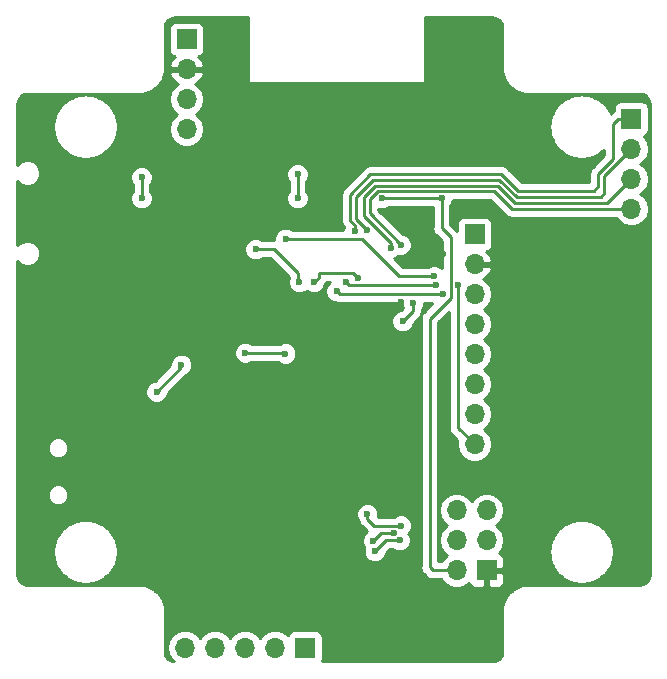
<source format=gbl>
G04 #@! TF.GenerationSoftware,KiCad,Pcbnew,(5.0.2)-1*
G04 #@! TF.CreationDate,2020-11-28T21:44:54+10:00*
G04 #@! TF.ProjectId,trailer leveler,74726169-6c65-4722-906c-6576656c6572,1*
G04 #@! TF.SameCoordinates,Original*
G04 #@! TF.FileFunction,Copper,L2,Bot*
G04 #@! TF.FilePolarity,Positive*
%FSLAX46Y46*%
G04 Gerber Fmt 4.6, Leading zero omitted, Abs format (unit mm)*
G04 Created by KiCad (PCBNEW (5.0.2)-1) date 28/11/2020 9:44:54 PM*
%MOMM*%
%LPD*%
G01*
G04 APERTURE LIST*
G04 #@! TA.AperFunction,ComponentPad*
%ADD10O,1.700000X1.700000*%
G04 #@! TD*
G04 #@! TA.AperFunction,ComponentPad*
%ADD11R,1.700000X1.700000*%
G04 #@! TD*
G04 #@! TA.AperFunction,ViaPad*
%ADD12C,0.600000*%
G04 #@! TD*
G04 #@! TA.AperFunction,Conductor*
%ADD13C,0.250000*%
G04 #@! TD*
G04 #@! TA.AperFunction,Conductor*
%ADD14C,0.254000*%
G04 #@! TD*
G04 APERTURE END LIST*
D10*
G04 #@! TO.P,J1,6*
G04 #@! TO.N,MISO*
X10414000Y-14478000D03*
G04 #@! TO.P,J1,5*
G04 #@! TO.N,3.3V*
X12954000Y-14478000D03*
G04 #@! TO.P,J1,4*
G04 #@! TO.N,SCK*
X10414000Y-17018000D03*
G04 #@! TO.P,J1,3*
G04 #@! TO.N,MOSI*
X12954000Y-17018000D03*
G04 #@! TO.P,J1,2*
G04 #@! TO.N,RST*
X10414000Y-19558000D03*
D11*
G04 #@! TO.P,J1,1*
G04 #@! TO.N,GNDD*
X12954000Y-19558000D03*
G04 #@! TD*
G04 #@! TO.P,J3,1*
G04 #@! TO.N,3.3V*
X11938000Y8890000D03*
D10*
G04 #@! TO.P,J3,2*
G04 #@! TO.N,GNDD*
X11938000Y6350000D03*
G04 #@! TO.P,J3,3*
G04 #@! TO.N,SCL*
X11938000Y3810000D03*
G04 #@! TO.P,J3,4*
G04 #@! TO.N,SDA*
X11938000Y1270000D03*
G04 #@! TO.P,J3,5*
G04 #@! TO.N,Net-(J3-Pad5)*
X11938000Y-1270000D03*
G04 #@! TO.P,J3,6*
G04 #@! TO.N,Net-(J3-Pad6)*
X11938000Y-3810000D03*
G04 #@! TO.P,J3,7*
G04 #@! TO.N,Net-(J3-Pad7)*
X11938000Y-6350000D03*
G04 #@! TO.P,J3,8*
G04 #@! TO.N,MPU_INT*
X11938000Y-8890000D03*
G04 #@! TD*
D11*
G04 #@! TO.P,J4,1*
G04 #@! TO.N,3.3V*
X-12446000Y25400000D03*
D10*
G04 #@! TO.P,J4,2*
G04 #@! TO.N,GNDD*
X-12446000Y22860000D03*
G04 #@! TO.P,J4,3*
G04 #@! TO.N,BTTX*
X-12446000Y20320000D03*
G04 #@! TO.P,J4,4*
G04 #@! TO.N,BTRX*
X-12446000Y17780000D03*
G04 #@! TD*
D11*
G04 #@! TO.P,J6,1*
G04 #@! TO.N,pin14*
X-2413000Y-26098500D03*
D10*
G04 #@! TO.P,J6,2*
G04 #@! TO.N,pin13*
X-4953000Y-26098500D03*
G04 #@! TO.P,J6,3*
G04 #@! TO.N,pin12*
X-7493000Y-26098500D03*
G04 #@! TO.P,J6,4*
G04 #@! TO.N,pin11*
X-10033000Y-26098500D03*
G04 #@! TO.P,J6,5*
G04 #@! TO.N,pin10*
X-12573000Y-26098500D03*
G04 #@! TD*
D11*
G04 #@! TO.P,J7,1*
G04 #@! TO.N,pin26*
X25209500Y18669000D03*
D10*
G04 #@! TO.P,J7,2*
G04 #@! TO.N,pin25*
X25209500Y16129000D03*
G04 #@! TO.P,J7,3*
G04 #@! TO.N,pin24*
X25209500Y13589000D03*
G04 #@! TO.P,J7,4*
G04 #@! TO.N,pin23*
X25209500Y11049000D03*
G04 #@! TD*
D12*
G04 #@! TO.N,GNDD*
X-20828000Y-14986000D03*
X-18288000Y-7874000D03*
X-6096000Y-9906000D03*
X15494000Y17272000D03*
X3937000Y-19558000D03*
X-3683000Y-19431000D03*
X-7493000Y-19431000D03*
X127000Y-19621500D03*
X8636000Y16383000D03*
X4572000Y20637500D03*
X10541000Y20637500D03*
X-16827500Y19367500D03*
X-11049000Y13589000D03*
X-21018500Y8699500D03*
X-8001000Y-3175000D03*
X-11620500Y1333500D03*
X-14668500Y8382000D03*
X9271000Y7239000D03*
X5715000Y3175000D03*
X13335000Y11176000D03*
X635000Y-11557000D03*
X-1270000Y-13970000D03*
X-3810000Y-15367000D03*
X-4191000Y-16764000D03*
X-15113000Y-16510000D03*
X-15367000Y-17907000D03*
X-15621000Y-19685000D03*
X-17526000Y-19558000D03*
X-17145000Y-17780000D03*
X-17780000Y-15748000D03*
X-25019000Y-4699000D03*
X-25908000Y-3937000D03*
X-26289000Y-3175000D03*
X-20193000Y2413000D03*
X-17653000Y2413000D03*
X-15494000Y1778000D03*
X-14224000Y889000D03*
X-9144000Y1778000D03*
X-2159000Y20320000D03*
X-2667000Y17907000D03*
X-2667000Y17907000D03*
X-2667000Y17907000D03*
X-635000Y15367000D03*
X0Y13081000D03*
X-381000Y11303000D03*
X-1143000Y10033000D03*
X1143000Y15748000D03*
X2921000Y16891000D03*
X4064000Y16891000D03*
X1524000Y19050000D03*
X-25019000Y18034000D03*
X-11684000Y5969000D03*
X-7874000Y5461000D03*
X-11557000Y7620000D03*
G04 #@! TO.N,3.3V*
X-16256000Y11938000D03*
X-16256000Y13716000D03*
G04 #@! TO.N,VUSB*
X-14986000Y-4445000D03*
X-12890500Y-2159000D03*
G04 #@! TO.N,MISO*
X3371000Y-17054329D03*
X5080000Y-16393000D03*
G04 #@! TO.N,RST*
X9144000Y11938000D03*
X4064000Y11938000D03*
G04 #@! TO.N,SDA*
X8636000Y4572000D03*
X1016000Y4826000D03*
G04 #@! TO.N,SCL*
X254000Y4064000D03*
X9261000Y3810000D03*
G04 #@! TO.N,Net-(D3-Pad1)*
X-6604000Y7620000D03*
X2032000Y5197000D03*
X-2911000Y4826000D03*
X-1661000Y4826000D03*
G04 #@! TO.N,SCK*
X3496716Y-17961168D03*
X5588000Y-17018000D03*
G04 #@! TO.N,MOSI*
X5713962Y-15768000D03*
X2867500Y-14795500D03*
G04 #@! TO.N,Net-(R6-Pad2)*
X-7496001Y-1143000D03*
X-4071000Y-1206500D03*
G04 #@! TO.N,BTTX*
X-3048000Y13970000D03*
X-3048000Y11938000D03*
G04 #@! TO.N,MPU_INT*
X-4064000Y8509000D03*
X8504481Y5361117D03*
X10531000Y4635500D03*
G04 #@! TO.N,BT*
X6723235Y3035119D03*
X5842000Y1524000D03*
G04 #@! TO.N,pin26*
X1778000Y9144000D03*
G04 #@! TO.N,pin25*
X2794000Y9271000D03*
G04 #@! TO.N,pin24*
X4826000Y7747000D03*
G04 #@! TO.N,pin23*
X5715000Y8001000D03*
G04 #@! TD*
D13*
G04 #@! TO.N,3.3V*
X-16256000Y11938000D02*
X-16256000Y13716000D01*
G04 #@! TO.N,VUSB*
X-14986000Y-4445000D02*
X-12890500Y-2349500D01*
X-12890500Y-2349500D02*
X-12890500Y-2159000D01*
G04 #@! TO.N,MISO*
X4032329Y-16393000D02*
X5080000Y-16393000D01*
X3371000Y-17054329D02*
X4032329Y-16393000D01*
G04 #@! TO.N,RST*
X9144000Y11938000D02*
X4064000Y11938000D01*
X9144000Y9398998D02*
X9906000Y8636998D01*
X9144000Y11938000D02*
X9144000Y9398998D01*
X9906000Y3529998D02*
X8128000Y1751998D01*
X9906000Y8636998D02*
X9906000Y3529998D01*
X8128000Y1751998D02*
X8128000Y-19304000D01*
X8382000Y-19558000D02*
X10414000Y-19558000D01*
X8128000Y-19304000D02*
X8382000Y-19558000D01*
G04 #@! TO.N,SDA*
X8636000Y4572000D02*
X1270000Y4572000D01*
X1270000Y4572000D02*
X1016000Y4826000D01*
G04 #@! TO.N,SCL*
X508000Y3810000D02*
X254000Y4064000D01*
X9261000Y3810000D02*
X508000Y3810000D01*
G04 #@! TO.N,Net-(D3-Pad1)*
X-6604000Y7620000D02*
X-5080000Y7620000D01*
X-5080000Y7620000D02*
X-3048000Y5588000D01*
X1641000Y5588000D02*
X2032000Y5197000D01*
X-3048000Y5588000D02*
X-3048000Y4963000D01*
X-3048000Y4963000D02*
X-2911000Y4826000D01*
X-1270000Y5217000D02*
X-1661000Y4826000D01*
X-1270000Y5588000D02*
X-1270000Y5217000D01*
X-1270000Y5588000D02*
X1641000Y5588000D01*
G04 #@! TO.N,SCK*
X4439884Y-17018000D02*
X3496716Y-17961168D01*
X5588000Y-17018000D02*
X4439884Y-17018000D01*
G04 #@! TO.N,MOSI*
X3415736Y-15768000D02*
X3746500Y-15768000D01*
X2867500Y-15219764D02*
X3415736Y-15768000D01*
X2867500Y-14795500D02*
X2867500Y-15219764D01*
X5713962Y-15768000D02*
X3746500Y-15768000D01*
G04 #@! TO.N,Net-(R6-Pad2)*
X-4134500Y-1143000D02*
X-4071000Y-1206500D01*
X-7496001Y-1143000D02*
X-4134500Y-1143000D01*
G04 #@! TO.N,BTTX*
X-3048000Y13970000D02*
X-3048000Y11938000D01*
G04 #@! TO.N,MPU_INT*
X7656383Y5361117D02*
X8504481Y5361117D01*
X10531000Y-7483000D02*
X11938000Y-8890000D01*
X10531000Y4635500D02*
X10531000Y-7483000D01*
X-4064000Y8509000D02*
X2413000Y8509000D01*
X5560883Y5361117D02*
X8504481Y5361117D01*
X2413000Y8509000D02*
X5560883Y5361117D01*
G04 #@! TO.N,BT*
X6723235Y3035119D02*
X6723235Y2405235D01*
X6723235Y2405235D02*
X5842000Y1524000D01*
G04 #@! TO.N,pin26*
X23685500Y18245000D02*
X24109500Y18669000D01*
X22415500Y14033500D02*
X23685500Y15303500D01*
X23685500Y15303500D02*
X23685500Y18245000D01*
X22415500Y12954000D02*
X22415500Y14033500D01*
X22034500Y12573000D02*
X22415500Y12954000D01*
X15623820Y12573000D02*
X22034500Y12573000D01*
X24109500Y18669000D02*
X25209500Y18669000D01*
X1778000Y9650590D02*
X1397000Y10031590D01*
X1778000Y9144000D02*
X1778000Y9650590D01*
X1397000Y10031590D02*
X1397000Y12255500D01*
X1397000Y12255500D02*
X3117010Y13975510D01*
X3117010Y13975510D02*
X14221310Y13975510D01*
X14221310Y13975510D02*
X15623820Y12573000D01*
G04 #@! TO.N,pin25*
X1905000Y10160000D02*
X1905000Y12066410D01*
X22923500Y13843000D02*
X25209500Y16129000D01*
X1905000Y12066410D02*
X3364090Y13525500D01*
X2794000Y9271000D02*
X1905000Y10160000D01*
X3364090Y13525500D02*
X14034910Y13525500D01*
X14034910Y13525500D02*
X15495410Y12065000D01*
X22542500Y12065000D02*
X22606000Y12065000D01*
X15495410Y12065000D02*
X22542500Y12065000D01*
X22923500Y12382500D02*
X22923500Y13843000D01*
X22606000Y12065000D02*
X22923500Y12382500D01*
G04 #@! TO.N,pin24*
X23177500Y11557000D02*
X25209500Y13589000D01*
X15367000Y11557000D02*
X23177500Y11557000D01*
X4826000Y8128000D02*
X2540000Y10414000D01*
X4826000Y7747000D02*
X4826000Y8128000D01*
X2540000Y12065000D02*
X3488011Y13013011D01*
X3488011Y13013011D02*
X13910989Y13013011D01*
X2540000Y10414000D02*
X2540000Y12065000D01*
X13910989Y13013011D02*
X15367000Y11557000D01*
G04 #@! TO.N,pin23*
X15113000Y11049000D02*
X25209500Y11049000D01*
X13598999Y12563001D02*
X15113000Y11049000D01*
X3763999Y12563001D02*
X13598999Y12563001D01*
X3048000Y11847002D02*
X3763999Y12563001D01*
X5715000Y8001000D02*
X3048000Y10668000D01*
X3048000Y10668000D02*
X3048000Y11847002D01*
G04 #@! TD*
D14*
G04 #@! TO.N,GNDD*
G36*
X-7239000Y21844000D02*
X-7229333Y21795399D01*
X-7201803Y21754197D01*
X-7160601Y21726667D01*
X-7112000Y21717000D01*
X7620000Y21717000D01*
X7668601Y21726667D01*
X7709803Y21754197D01*
X7737333Y21795399D01*
X7747000Y21844000D01*
X7747000Y27265000D01*
X13451831Y27265000D01*
X13696356Y27232808D01*
X13879328Y27157018D01*
X14036454Y27036451D01*
X14157018Y26879329D01*
X14232808Y26696356D01*
X14265000Y26451831D01*
X14265001Y23024059D01*
X14261840Y22975833D01*
X14265001Y22951823D01*
X14265001Y22927612D01*
X14274427Y22880224D01*
X14306561Y22636143D01*
X14301713Y22611771D01*
X14325538Y22491993D01*
X14331848Y22444067D01*
X14339634Y22421130D01*
X14344359Y22397376D01*
X14362855Y22352722D01*
X14402113Y22237072D01*
X14418498Y22218388D01*
X14475474Y22080838D01*
X14477099Y22056042D01*
X14531115Y21946509D01*
X14549613Y21901850D01*
X14563069Y21881711D01*
X14573781Y21859990D01*
X14603205Y21821643D01*
X14671058Y21720095D01*
X14691720Y21706289D01*
X14782355Y21588172D01*
X14790342Y21564642D01*
X14870871Y21472816D01*
X14900293Y21434472D01*
X14918499Y21418506D01*
X14934471Y21400293D01*
X14972828Y21370860D01*
X15064642Y21290342D01*
X15088170Y21282355D01*
X15206290Y21191719D01*
X15220094Y21171059D01*
X15321634Y21103212D01*
X15359989Y21073781D01*
X15381714Y21063067D01*
X15401850Y21049613D01*
X15446503Y21031117D01*
X15556041Y20977099D01*
X15580837Y20975474D01*
X15718389Y20918498D01*
X15737072Y20902113D01*
X15852717Y20862857D01*
X15897375Y20844359D01*
X15921131Y20839634D01*
X15944067Y20831848D01*
X15991990Y20825539D01*
X16111770Y20801713D01*
X16136142Y20806561D01*
X16380211Y20774429D01*
X16427612Y20765000D01*
X16451829Y20765000D01*
X16475832Y20761840D01*
X16524044Y20765000D01*
X25951831Y20765000D01*
X26196356Y20732808D01*
X26379328Y20657018D01*
X26536454Y20536451D01*
X26657018Y20379329D01*
X26732808Y20196356D01*
X26765000Y19951831D01*
X26765001Y-19951823D01*
X26732808Y-20196356D01*
X26657018Y-20379329D01*
X26536454Y-20536451D01*
X26379328Y-20657018D01*
X26196356Y-20732808D01*
X25951831Y-20765000D01*
X16524044Y-20765000D01*
X16475832Y-20761840D01*
X16451829Y-20765000D01*
X16427612Y-20765000D01*
X16380211Y-20774429D01*
X16136142Y-20806561D01*
X16111770Y-20801713D01*
X15991990Y-20825539D01*
X15944067Y-20831848D01*
X15921131Y-20839634D01*
X15897375Y-20844359D01*
X15852717Y-20862857D01*
X15737072Y-20902113D01*
X15718389Y-20918498D01*
X15580837Y-20975474D01*
X15556041Y-20977099D01*
X15446503Y-21031117D01*
X15401850Y-21049613D01*
X15381714Y-21063067D01*
X15359989Y-21073781D01*
X15321634Y-21103212D01*
X15220094Y-21171059D01*
X15206290Y-21191719D01*
X15088170Y-21282355D01*
X15064642Y-21290342D01*
X14972828Y-21370860D01*
X14934471Y-21400293D01*
X14918499Y-21418506D01*
X14900293Y-21434472D01*
X14870871Y-21472816D01*
X14790342Y-21564642D01*
X14782355Y-21588172D01*
X14691720Y-21706289D01*
X14671058Y-21720095D01*
X14603205Y-21821643D01*
X14573781Y-21859990D01*
X14563069Y-21881711D01*
X14549613Y-21901850D01*
X14531115Y-21946509D01*
X14477099Y-22056042D01*
X14475474Y-22080838D01*
X14418498Y-22218388D01*
X14402113Y-22237072D01*
X14362855Y-22352722D01*
X14344359Y-22397376D01*
X14339634Y-22421130D01*
X14331848Y-22444067D01*
X14325538Y-22491993D01*
X14301713Y-22611771D01*
X14306561Y-22636143D01*
X14274429Y-22880212D01*
X14265000Y-22927613D01*
X14265000Y-22951830D01*
X14261840Y-22975833D01*
X14265000Y-23024045D01*
X14265001Y-26451824D01*
X14232808Y-26696356D01*
X14157018Y-26879329D01*
X14036454Y-27036451D01*
X13879328Y-27157018D01*
X13696356Y-27232808D01*
X13451831Y-27265000D01*
X-1010771Y-27265000D01*
X-964843Y-27196265D01*
X-915560Y-26948500D01*
X-915560Y-25248500D01*
X-964843Y-25000735D01*
X-1105191Y-24790691D01*
X-1315235Y-24650343D01*
X-1563000Y-24601060D01*
X-3263000Y-24601060D01*
X-3510765Y-24650343D01*
X-3720809Y-24790691D01*
X-3861157Y-25000735D01*
X-3870184Y-25046119D01*
X-3882375Y-25027875D01*
X-4373582Y-24699661D01*
X-4806744Y-24613500D01*
X-5099256Y-24613500D01*
X-5532418Y-24699661D01*
X-6023625Y-25027875D01*
X-6223000Y-25326261D01*
X-6422375Y-25027875D01*
X-6913582Y-24699661D01*
X-7346744Y-24613500D01*
X-7639256Y-24613500D01*
X-8072418Y-24699661D01*
X-8563625Y-25027875D01*
X-8763000Y-25326261D01*
X-8962375Y-25027875D01*
X-9453582Y-24699661D01*
X-9886744Y-24613500D01*
X-10179256Y-24613500D01*
X-10612418Y-24699661D01*
X-11103625Y-25027875D01*
X-11303000Y-25326261D01*
X-11502375Y-25027875D01*
X-11993582Y-24699661D01*
X-12426744Y-24613500D01*
X-12719256Y-24613500D01*
X-13152418Y-24699661D01*
X-13643625Y-25027875D01*
X-13971839Y-25519082D01*
X-14087092Y-26098500D01*
X-13971839Y-26677918D01*
X-13643625Y-27169125D01*
X-13511991Y-27257080D01*
X-13696356Y-27232808D01*
X-13879329Y-27157018D01*
X-14036451Y-27036454D01*
X-14157018Y-26879328D01*
X-14232808Y-26696356D01*
X-14265000Y-26451831D01*
X-14265000Y-23024044D01*
X-14261840Y-22975832D01*
X-14265000Y-22951829D01*
X-14265000Y-22927612D01*
X-14274429Y-22880211D01*
X-14306561Y-22636142D01*
X-14301713Y-22611770D01*
X-14325539Y-22491990D01*
X-14331848Y-22444067D01*
X-14339634Y-22421131D01*
X-14344359Y-22397375D01*
X-14362857Y-22352717D01*
X-14402113Y-22237072D01*
X-14418498Y-22218389D01*
X-14475474Y-22080837D01*
X-14477099Y-22056041D01*
X-14531117Y-21946503D01*
X-14549613Y-21901850D01*
X-14563067Y-21881714D01*
X-14573781Y-21859989D01*
X-14603212Y-21821634D01*
X-14671059Y-21720094D01*
X-14691719Y-21706290D01*
X-14782355Y-21588170D01*
X-14790342Y-21564642D01*
X-14870860Y-21472828D01*
X-14900293Y-21434471D01*
X-14918506Y-21418499D01*
X-14934472Y-21400293D01*
X-14972816Y-21370871D01*
X-15064642Y-21290342D01*
X-15088172Y-21282355D01*
X-15206289Y-21191720D01*
X-15220095Y-21171058D01*
X-15321643Y-21103205D01*
X-15359990Y-21073781D01*
X-15381711Y-21063069D01*
X-15401850Y-21049613D01*
X-15446509Y-21031115D01*
X-15556042Y-20977099D01*
X-15580838Y-20975474D01*
X-15718388Y-20918498D01*
X-15737072Y-20902113D01*
X-15852722Y-20862855D01*
X-15897376Y-20844359D01*
X-15921130Y-20839634D01*
X-15944067Y-20831848D01*
X-15991993Y-20825538D01*
X-16111771Y-20801713D01*
X-16136143Y-20806561D01*
X-16380209Y-20774429D01*
X-16427612Y-20765000D01*
X-16451830Y-20765000D01*
X-16475833Y-20761840D01*
X-16524044Y-20765000D01*
X-26077755Y-20765000D01*
X-26182206Y-20751249D01*
X-26369783Y-20673552D01*
X-26530859Y-20549954D01*
X-26654458Y-20388876D01*
X-26732157Y-20201297D01*
X-26765000Y-19951829D01*
X-26765000Y-17975833D01*
X-23738160Y-17975833D01*
X-23736576Y-18000000D01*
X-23738160Y-18024167D01*
X-23731851Y-18072090D01*
X-23723863Y-18193959D01*
X-23712873Y-18216245D01*
X-23676402Y-18493266D01*
X-23681250Y-18517638D01*
X-23657424Y-18637421D01*
X-23651115Y-18685343D01*
X-23643330Y-18708276D01*
X-23638605Y-18732032D01*
X-23620106Y-18776692D01*
X-23580850Y-18892337D01*
X-23564466Y-18911020D01*
X-23457539Y-19169163D01*
X-23455914Y-19193957D01*
X-23401898Y-19303492D01*
X-23383400Y-19348150D01*
X-23369945Y-19368286D01*
X-23359233Y-19390009D01*
X-23329805Y-19428360D01*
X-23261955Y-19529905D01*
X-23241294Y-19543710D01*
X-23071200Y-19765382D01*
X-23063212Y-19788913D01*
X-22982688Y-19880733D01*
X-22953262Y-19919082D01*
X-22935052Y-19935052D01*
X-22919082Y-19953262D01*
X-22880732Y-19982689D01*
X-22788913Y-20063212D01*
X-22765383Y-20071199D01*
X-22543709Y-20241295D01*
X-22529905Y-20261955D01*
X-22428367Y-20329800D01*
X-22390010Y-20359233D01*
X-22368284Y-20369947D01*
X-22348150Y-20383400D01*
X-22303497Y-20401896D01*
X-22193958Y-20455914D01*
X-22169163Y-20457539D01*
X-21911019Y-20564466D01*
X-21892337Y-20580850D01*
X-21776697Y-20620104D01*
X-21732033Y-20638605D01*
X-21708275Y-20643331D01*
X-21685343Y-20651115D01*
X-21637423Y-20657424D01*
X-21517638Y-20681250D01*
X-21493267Y-20676402D01*
X-21216245Y-20712873D01*
X-21193959Y-20723863D01*
X-21072092Y-20731851D01*
X-21024168Y-20738160D01*
X-21000000Y-20736576D01*
X-20975833Y-20738160D01*
X-20927910Y-20731851D01*
X-20806040Y-20723863D01*
X-20783753Y-20712872D01*
X-20506734Y-20676402D01*
X-20482362Y-20681250D01*
X-20362579Y-20657424D01*
X-20314657Y-20651115D01*
X-20291724Y-20643330D01*
X-20267968Y-20638605D01*
X-20223308Y-20620106D01*
X-20107663Y-20580850D01*
X-20088980Y-20564466D01*
X-19830837Y-20457539D01*
X-19806043Y-20455914D01*
X-19696508Y-20401898D01*
X-19651850Y-20383400D01*
X-19631714Y-20369945D01*
X-19609991Y-20359233D01*
X-19571640Y-20329805D01*
X-19470095Y-20261955D01*
X-19456290Y-20241294D01*
X-19234618Y-20071200D01*
X-19211087Y-20063212D01*
X-19119267Y-19982688D01*
X-19080918Y-19953262D01*
X-19064948Y-19935052D01*
X-19046738Y-19919082D01*
X-19017311Y-19880732D01*
X-18936788Y-19788913D01*
X-18928801Y-19765383D01*
X-18758705Y-19543709D01*
X-18738045Y-19529905D01*
X-18670200Y-19428367D01*
X-18640767Y-19390010D01*
X-18630053Y-19368284D01*
X-18616600Y-19348150D01*
X-18598104Y-19303497D01*
X-18544086Y-19193958D01*
X-18542461Y-19169163D01*
X-18435534Y-18911019D01*
X-18419150Y-18892337D01*
X-18379896Y-18776697D01*
X-18361395Y-18732033D01*
X-18356669Y-18708275D01*
X-18348885Y-18685343D01*
X-18342576Y-18637423D01*
X-18318750Y-18517638D01*
X-18323598Y-18493267D01*
X-18287127Y-18216246D01*
X-18276137Y-18193960D01*
X-18268149Y-18072092D01*
X-18261840Y-18024168D01*
X-18263424Y-18000000D01*
X-18261840Y-17975832D01*
X-18268149Y-17927908D01*
X-18276137Y-17806040D01*
X-18287127Y-17783754D01*
X-18323598Y-17506733D01*
X-18318750Y-17482362D01*
X-18342576Y-17362577D01*
X-18348885Y-17314657D01*
X-18356669Y-17291725D01*
X-18361395Y-17267967D01*
X-18379896Y-17223303D01*
X-18419150Y-17107663D01*
X-18435534Y-17088981D01*
X-18542461Y-16830837D01*
X-18544086Y-16806042D01*
X-18598104Y-16696503D01*
X-18616600Y-16651850D01*
X-18630053Y-16631716D01*
X-18640767Y-16609990D01*
X-18670200Y-16571633D01*
X-18738045Y-16470095D01*
X-18758705Y-16456291D01*
X-18928801Y-16234617D01*
X-18936788Y-16211087D01*
X-19017311Y-16119268D01*
X-19046738Y-16080918D01*
X-19064948Y-16064948D01*
X-19080918Y-16046738D01*
X-19119267Y-16017312D01*
X-19211087Y-15936788D01*
X-19234618Y-15928800D01*
X-19456290Y-15758706D01*
X-19470095Y-15738045D01*
X-19571640Y-15670195D01*
X-19609991Y-15640767D01*
X-19631714Y-15630055D01*
X-19651850Y-15616600D01*
X-19696508Y-15598102D01*
X-19806043Y-15544086D01*
X-19830837Y-15542461D01*
X-20088980Y-15435534D01*
X-20107663Y-15419150D01*
X-20223308Y-15379894D01*
X-20267968Y-15361395D01*
X-20291724Y-15356670D01*
X-20314657Y-15348885D01*
X-20362579Y-15342576D01*
X-20482362Y-15318750D01*
X-20506734Y-15323598D01*
X-20783753Y-15287128D01*
X-20806040Y-15276137D01*
X-20927910Y-15268149D01*
X-20975833Y-15261840D01*
X-21000000Y-15263424D01*
X-21024168Y-15261840D01*
X-21072092Y-15268149D01*
X-21193959Y-15276137D01*
X-21216245Y-15287127D01*
X-21493267Y-15323598D01*
X-21517638Y-15318750D01*
X-21637423Y-15342576D01*
X-21685343Y-15348885D01*
X-21708275Y-15356669D01*
X-21732033Y-15361395D01*
X-21776697Y-15379896D01*
X-21892337Y-15419150D01*
X-21911019Y-15435534D01*
X-22169163Y-15542461D01*
X-22193958Y-15544086D01*
X-22303497Y-15598104D01*
X-22348150Y-15616600D01*
X-22368284Y-15630053D01*
X-22390010Y-15640767D01*
X-22428367Y-15670200D01*
X-22529905Y-15738045D01*
X-22543709Y-15758705D01*
X-22765383Y-15928801D01*
X-22788913Y-15936788D01*
X-22880732Y-16017311D01*
X-22919082Y-16046738D01*
X-22935052Y-16064948D01*
X-22953262Y-16080918D01*
X-22982688Y-16119267D01*
X-23063212Y-16211087D01*
X-23071200Y-16234618D01*
X-23241294Y-16456290D01*
X-23261955Y-16470095D01*
X-23329805Y-16571640D01*
X-23359233Y-16609991D01*
X-23369945Y-16631714D01*
X-23383400Y-16651850D01*
X-23401898Y-16696508D01*
X-23455914Y-16806043D01*
X-23457539Y-16830837D01*
X-23564466Y-17088980D01*
X-23580850Y-17107663D01*
X-23620106Y-17223308D01*
X-23638605Y-17267968D01*
X-23643330Y-17291724D01*
X-23651115Y-17314657D01*
X-23657424Y-17362579D01*
X-23681250Y-17482362D01*
X-23676402Y-17506734D01*
X-23712873Y-17783755D01*
X-23723863Y-17806041D01*
X-23731851Y-17927910D01*
X-23738160Y-17975833D01*
X-26765000Y-17975833D01*
X-26765000Y-14609517D01*
X1932500Y-14609517D01*
X1932500Y-14981483D01*
X2074845Y-15325135D01*
X2123186Y-15373476D01*
X2151596Y-15516301D01*
X2319572Y-15767693D01*
X2383028Y-15810093D01*
X2825407Y-16252473D01*
X2835484Y-16267555D01*
X2578345Y-16524694D01*
X2436000Y-16868346D01*
X2436000Y-17240312D01*
X2578345Y-17583964D01*
X2622594Y-17628213D01*
X2561716Y-17775185D01*
X2561716Y-18147151D01*
X2704061Y-18490803D01*
X2967081Y-18753823D01*
X3310733Y-18896168D01*
X3682699Y-18896168D01*
X4026351Y-18753823D01*
X4289371Y-18490803D01*
X4431716Y-18147151D01*
X4431716Y-18100969D01*
X4754686Y-17778000D01*
X5025710Y-17778000D01*
X5058365Y-17810655D01*
X5402017Y-17953000D01*
X5773983Y-17953000D01*
X6117635Y-17810655D01*
X6380655Y-17547635D01*
X6523000Y-17203983D01*
X6523000Y-16832017D01*
X6380655Y-16488365D01*
X6348271Y-16455981D01*
X6506617Y-16297635D01*
X6648962Y-15953983D01*
X6648962Y-15582017D01*
X6506617Y-15238365D01*
X6243597Y-14975345D01*
X5899945Y-14833000D01*
X5527979Y-14833000D01*
X5184327Y-14975345D01*
X5151672Y-15008000D01*
X3791516Y-15008000D01*
X3802500Y-14981483D01*
X3802500Y-14609517D01*
X3660155Y-14265865D01*
X3397135Y-14002845D01*
X3053483Y-13860500D01*
X2681517Y-13860500D01*
X2337865Y-14002845D01*
X2074845Y-14265865D01*
X1932500Y-14609517D01*
X-26765000Y-14609517D01*
X-26765000Y-12999963D01*
X-24211000Y-12999963D01*
X-24211000Y-13352037D01*
X-24076267Y-13677312D01*
X-23827312Y-13926267D01*
X-23502037Y-14061000D01*
X-23149963Y-14061000D01*
X-22824688Y-13926267D01*
X-22575733Y-13677312D01*
X-22441000Y-13352037D01*
X-22441000Y-12999963D01*
X-22575733Y-12674688D01*
X-22824688Y-12425733D01*
X-23149963Y-12291000D01*
X-23502037Y-12291000D01*
X-23827312Y-12425733D01*
X-24076267Y-12674688D01*
X-24211000Y-12999963D01*
X-26765000Y-12999963D01*
X-26765000Y-8999963D01*
X-24211000Y-8999963D01*
X-24211000Y-9352037D01*
X-24076267Y-9677312D01*
X-23827312Y-9926267D01*
X-23502037Y-10061000D01*
X-23149963Y-10061000D01*
X-22824688Y-9926267D01*
X-22575733Y-9677312D01*
X-22441000Y-9352037D01*
X-22441000Y-8999963D01*
X-22575733Y-8674688D01*
X-22824688Y-8425733D01*
X-23149963Y-8291000D01*
X-23502037Y-8291000D01*
X-23827312Y-8425733D01*
X-24076267Y-8674688D01*
X-24211000Y-8999963D01*
X-26765000Y-8999963D01*
X-26765000Y-4259017D01*
X-15921000Y-4259017D01*
X-15921000Y-4630983D01*
X-15778655Y-4974635D01*
X-15515635Y-5237655D01*
X-15171983Y-5380000D01*
X-14800017Y-5380000D01*
X-14456365Y-5237655D01*
X-14193345Y-4974635D01*
X-14051000Y-4630983D01*
X-14051000Y-4584801D01*
X-12458150Y-2991951D01*
X-12360865Y-2951655D01*
X-12097845Y-2688635D01*
X-11955500Y-2344983D01*
X-11955500Y-1973017D01*
X-12097845Y-1629365D01*
X-12360865Y-1366345D01*
X-12704517Y-1224000D01*
X-13076483Y-1224000D01*
X-13420135Y-1366345D01*
X-13683155Y-1629365D01*
X-13825500Y-1973017D01*
X-13825500Y-2209698D01*
X-15125801Y-3510000D01*
X-15171983Y-3510000D01*
X-15515635Y-3652345D01*
X-15778655Y-3915365D01*
X-15921000Y-4259017D01*
X-26765000Y-4259017D01*
X-26765000Y-957017D01*
X-8431001Y-957017D01*
X-8431001Y-1328983D01*
X-8288656Y-1672635D01*
X-8025636Y-1935655D01*
X-7681984Y-2078000D01*
X-7310018Y-2078000D01*
X-6966366Y-1935655D01*
X-6933711Y-1903000D01*
X-4696790Y-1903000D01*
X-4600635Y-1999155D01*
X-4256983Y-2141500D01*
X-3885017Y-2141500D01*
X-3541365Y-1999155D01*
X-3278345Y-1736135D01*
X-3136000Y-1392483D01*
X-3136000Y-1020517D01*
X-3278345Y-676865D01*
X-3541365Y-413845D01*
X-3885017Y-271500D01*
X-4256983Y-271500D01*
X-4526168Y-383000D01*
X-6933711Y-383000D01*
X-6966366Y-350345D01*
X-7310018Y-208000D01*
X-7681984Y-208000D01*
X-8025636Y-350345D01*
X-8288656Y-613365D01*
X-8431001Y-957017D01*
X-26765000Y-957017D01*
X-26765000Y6590579D01*
X-26522603Y6348182D01*
X-26123820Y6183000D01*
X-25692180Y6183000D01*
X-25293397Y6348182D01*
X-24988182Y6653397D01*
X-24823000Y7052180D01*
X-24823000Y7483820D01*
X-24956444Y7805983D01*
X-7539000Y7805983D01*
X-7539000Y7434017D01*
X-7396655Y7090365D01*
X-7133635Y6827345D01*
X-6789983Y6685000D01*
X-6418017Y6685000D01*
X-6074365Y6827345D01*
X-6041710Y6860000D01*
X-5394801Y6860000D01*
X-3808000Y5273198D01*
X-3808000Y5103723D01*
X-3846000Y5011983D01*
X-3846000Y4640017D01*
X-3703655Y4296365D01*
X-3440635Y4033345D01*
X-3096983Y3891000D01*
X-2725017Y3891000D01*
X-2381365Y4033345D01*
X-2286000Y4128710D01*
X-2190635Y4033345D01*
X-1846983Y3891000D01*
X-1475017Y3891000D01*
X-1131365Y4033345D01*
X-868345Y4296365D01*
X-726000Y4640017D01*
X-726000Y4666446D01*
X-722071Y4669071D01*
X-615878Y4828000D01*
X-304290Y4828000D01*
X-538655Y4593635D01*
X-681000Y4249983D01*
X-681000Y3878017D01*
X-538655Y3534365D01*
X-275635Y3271345D01*
X68017Y3129000D01*
X159226Y3129000D01*
X211463Y3094096D01*
X433148Y3050000D01*
X433152Y3050000D01*
X507999Y3035112D01*
X582846Y3050000D01*
X5788235Y3050000D01*
X5788235Y2849136D01*
X5877303Y2634106D01*
X5702198Y2459000D01*
X5656017Y2459000D01*
X5312365Y2316655D01*
X5049345Y2053635D01*
X4907000Y1709983D01*
X4907000Y1338017D01*
X5049345Y994365D01*
X5312365Y731345D01*
X5656017Y589000D01*
X6027983Y589000D01*
X6371635Y731345D01*
X6634655Y994365D01*
X6777000Y1338017D01*
X6777000Y1384198D01*
X7207710Y1814908D01*
X7271164Y1857306D01*
X7313562Y1920759D01*
X7313564Y1920761D01*
X7402347Y2053635D01*
X7439139Y2108698D01*
X7483235Y2330383D01*
X7483235Y2330387D01*
X7498123Y2405234D01*
X7484438Y2474032D01*
X7515890Y2505484D01*
X7658235Y2849136D01*
X7658235Y3050000D01*
X8351201Y3050000D01*
X7643530Y2342329D01*
X7580071Y2299927D01*
X7412096Y2048534D01*
X7368000Y1826849D01*
X7368000Y1826845D01*
X7353112Y1751998D01*
X7368000Y1677151D01*
X7368001Y-19229148D01*
X7353112Y-19304000D01*
X7412097Y-19600537D01*
X7499973Y-19732052D01*
X7580072Y-19851929D01*
X7643528Y-19894329D01*
X7791669Y-20042470D01*
X7834071Y-20105929D01*
X8085463Y-20273904D01*
X8307148Y-20318000D01*
X8307152Y-20318000D01*
X8381999Y-20332888D01*
X8456846Y-20318000D01*
X9135822Y-20318000D01*
X9343375Y-20628625D01*
X9834582Y-20956839D01*
X10267744Y-21043000D01*
X10560256Y-21043000D01*
X10993418Y-20956839D01*
X11484625Y-20628625D01*
X11499096Y-20606968D01*
X11565673Y-20767699D01*
X11744302Y-20946327D01*
X11977691Y-21043000D01*
X12668250Y-21043000D01*
X12827000Y-20884250D01*
X12827000Y-19685000D01*
X13081000Y-19685000D01*
X13081000Y-20884250D01*
X13239750Y-21043000D01*
X13930309Y-21043000D01*
X14163698Y-20946327D01*
X14342327Y-20767699D01*
X14439000Y-20534310D01*
X14439000Y-19843750D01*
X14280250Y-19685000D01*
X13081000Y-19685000D01*
X12827000Y-19685000D01*
X12807000Y-19685000D01*
X12807000Y-19431000D01*
X12827000Y-19431000D01*
X12827000Y-19411000D01*
X13081000Y-19411000D01*
X13081000Y-19431000D01*
X14280250Y-19431000D01*
X14439000Y-19272250D01*
X14439000Y-18581690D01*
X14342327Y-18348301D01*
X14163698Y-18169673D01*
X14002967Y-18103096D01*
X14024625Y-18088625D01*
X14099990Y-17975833D01*
X18261840Y-17975833D01*
X18263424Y-18000000D01*
X18261840Y-18024167D01*
X18268149Y-18072090D01*
X18276137Y-18193959D01*
X18287127Y-18216245D01*
X18323598Y-18493266D01*
X18318750Y-18517638D01*
X18342576Y-18637421D01*
X18348885Y-18685343D01*
X18356670Y-18708276D01*
X18361395Y-18732032D01*
X18379894Y-18776692D01*
X18419150Y-18892337D01*
X18435534Y-18911020D01*
X18542461Y-19169163D01*
X18544086Y-19193957D01*
X18598102Y-19303492D01*
X18616600Y-19348150D01*
X18630055Y-19368286D01*
X18640767Y-19390009D01*
X18670195Y-19428360D01*
X18738045Y-19529905D01*
X18758706Y-19543710D01*
X18928800Y-19765382D01*
X18936788Y-19788913D01*
X19017312Y-19880733D01*
X19046738Y-19919082D01*
X19064948Y-19935052D01*
X19080918Y-19953262D01*
X19119268Y-19982689D01*
X19211087Y-20063212D01*
X19234617Y-20071199D01*
X19456291Y-20241295D01*
X19470095Y-20261955D01*
X19571633Y-20329800D01*
X19609990Y-20359233D01*
X19631716Y-20369947D01*
X19651850Y-20383400D01*
X19696503Y-20401896D01*
X19806042Y-20455914D01*
X19830837Y-20457539D01*
X20088981Y-20564466D01*
X20107663Y-20580850D01*
X20223303Y-20620104D01*
X20267967Y-20638605D01*
X20291725Y-20643331D01*
X20314657Y-20651115D01*
X20362577Y-20657424D01*
X20482362Y-20681250D01*
X20506733Y-20676402D01*
X20783755Y-20712873D01*
X20806041Y-20723863D01*
X20927908Y-20731851D01*
X20975832Y-20738160D01*
X21000000Y-20736576D01*
X21024167Y-20738160D01*
X21072090Y-20731851D01*
X21193960Y-20723863D01*
X21216247Y-20712872D01*
X21493266Y-20676402D01*
X21517638Y-20681250D01*
X21637421Y-20657424D01*
X21685343Y-20651115D01*
X21708276Y-20643330D01*
X21732032Y-20638605D01*
X21776692Y-20620106D01*
X21892337Y-20580850D01*
X21911020Y-20564466D01*
X22169163Y-20457539D01*
X22193957Y-20455914D01*
X22303492Y-20401898D01*
X22348150Y-20383400D01*
X22368286Y-20369945D01*
X22390009Y-20359233D01*
X22428360Y-20329805D01*
X22529905Y-20261955D01*
X22543710Y-20241294D01*
X22765382Y-20071200D01*
X22788913Y-20063212D01*
X22880733Y-19982688D01*
X22919082Y-19953262D01*
X22935052Y-19935052D01*
X22953262Y-19919082D01*
X22982689Y-19880732D01*
X23063212Y-19788913D01*
X23071199Y-19765383D01*
X23241295Y-19543709D01*
X23261955Y-19529905D01*
X23329800Y-19428367D01*
X23359233Y-19390010D01*
X23369947Y-19368284D01*
X23383400Y-19348150D01*
X23401896Y-19303497D01*
X23455914Y-19193958D01*
X23457539Y-19169163D01*
X23564466Y-18911019D01*
X23580850Y-18892337D01*
X23620104Y-18776697D01*
X23638605Y-18732033D01*
X23643331Y-18708275D01*
X23651115Y-18685343D01*
X23657424Y-18637423D01*
X23681250Y-18517638D01*
X23676402Y-18493267D01*
X23712873Y-18216246D01*
X23723863Y-18193960D01*
X23731851Y-18072092D01*
X23738160Y-18024168D01*
X23736576Y-18000000D01*
X23738160Y-17975832D01*
X23731851Y-17927908D01*
X23723863Y-17806040D01*
X23712873Y-17783754D01*
X23676402Y-17506733D01*
X23681250Y-17482362D01*
X23657424Y-17362577D01*
X23651115Y-17314657D01*
X23643331Y-17291725D01*
X23638605Y-17267967D01*
X23620104Y-17223303D01*
X23580850Y-17107663D01*
X23564466Y-17088981D01*
X23457539Y-16830837D01*
X23455914Y-16806042D01*
X23401896Y-16696503D01*
X23383400Y-16651850D01*
X23369947Y-16631716D01*
X23359233Y-16609990D01*
X23329800Y-16571633D01*
X23261955Y-16470095D01*
X23241295Y-16456291D01*
X23071199Y-16234617D01*
X23063212Y-16211087D01*
X22982689Y-16119268D01*
X22953262Y-16080918D01*
X22935052Y-16064948D01*
X22919082Y-16046738D01*
X22880733Y-16017312D01*
X22788913Y-15936788D01*
X22765382Y-15928800D01*
X22543710Y-15758706D01*
X22529905Y-15738045D01*
X22428360Y-15670195D01*
X22390009Y-15640767D01*
X22368286Y-15630055D01*
X22348150Y-15616600D01*
X22303492Y-15598102D01*
X22193957Y-15544086D01*
X22169163Y-15542461D01*
X21911020Y-15435534D01*
X21892337Y-15419150D01*
X21776692Y-15379894D01*
X21732032Y-15361395D01*
X21708276Y-15356670D01*
X21685343Y-15348885D01*
X21637421Y-15342576D01*
X21517638Y-15318750D01*
X21493266Y-15323598D01*
X21216247Y-15287128D01*
X21193960Y-15276137D01*
X21072090Y-15268149D01*
X21024167Y-15261840D01*
X21000000Y-15263424D01*
X20975832Y-15261840D01*
X20927908Y-15268149D01*
X20806041Y-15276137D01*
X20783755Y-15287127D01*
X20506733Y-15323598D01*
X20482362Y-15318750D01*
X20362577Y-15342576D01*
X20314657Y-15348885D01*
X20291725Y-15356669D01*
X20267967Y-15361395D01*
X20223303Y-15379896D01*
X20107663Y-15419150D01*
X20088981Y-15435534D01*
X19830837Y-15542461D01*
X19806042Y-15544086D01*
X19696503Y-15598104D01*
X19651850Y-15616600D01*
X19631716Y-15630053D01*
X19609990Y-15640767D01*
X19571633Y-15670200D01*
X19470095Y-15738045D01*
X19456291Y-15758705D01*
X19234617Y-15928801D01*
X19211087Y-15936788D01*
X19119268Y-16017311D01*
X19080918Y-16046738D01*
X19064948Y-16064948D01*
X19046738Y-16080918D01*
X19017312Y-16119267D01*
X18936788Y-16211087D01*
X18928800Y-16234618D01*
X18758706Y-16456290D01*
X18738045Y-16470095D01*
X18670195Y-16571640D01*
X18640767Y-16609991D01*
X18630055Y-16631714D01*
X18616600Y-16651850D01*
X18598102Y-16696508D01*
X18544086Y-16806043D01*
X18542461Y-16830837D01*
X18435534Y-17088980D01*
X18419150Y-17107663D01*
X18379894Y-17223308D01*
X18361395Y-17267968D01*
X18356670Y-17291724D01*
X18348885Y-17314657D01*
X18342576Y-17362579D01*
X18318750Y-17482362D01*
X18323598Y-17506734D01*
X18287127Y-17783755D01*
X18276137Y-17806041D01*
X18268149Y-17927910D01*
X18261840Y-17975833D01*
X14099990Y-17975833D01*
X14352839Y-17597418D01*
X14468092Y-17018000D01*
X14352839Y-16438582D01*
X14024625Y-15947375D01*
X13726239Y-15748000D01*
X14024625Y-15548625D01*
X14352839Y-15057418D01*
X14468092Y-14478000D01*
X14352839Y-13898582D01*
X14024625Y-13407375D01*
X13533418Y-13079161D01*
X13100256Y-12993000D01*
X12807744Y-12993000D01*
X12374582Y-13079161D01*
X11883375Y-13407375D01*
X11684000Y-13705761D01*
X11484625Y-13407375D01*
X10993418Y-13079161D01*
X10560256Y-12993000D01*
X10267744Y-12993000D01*
X9834582Y-13079161D01*
X9343375Y-13407375D01*
X9015161Y-13898582D01*
X8899908Y-14478000D01*
X9015161Y-15057418D01*
X9343375Y-15548625D01*
X9641761Y-15748000D01*
X9343375Y-15947375D01*
X9015161Y-16438582D01*
X8899908Y-17018000D01*
X9015161Y-17597418D01*
X9343375Y-18088625D01*
X9641761Y-18288000D01*
X9343375Y-18487375D01*
X9135822Y-18798000D01*
X8888000Y-18798000D01*
X8888000Y1437197D01*
X9771000Y2320197D01*
X9771001Y-7408148D01*
X9756112Y-7483000D01*
X9771001Y-7557852D01*
X9815097Y-7779537D01*
X9983072Y-8030929D01*
X10046528Y-8073329D01*
X10496791Y-8523592D01*
X10423908Y-8890000D01*
X10539161Y-9469418D01*
X10867375Y-9960625D01*
X11358582Y-10288839D01*
X11791744Y-10375000D01*
X12084256Y-10375000D01*
X12517418Y-10288839D01*
X13008625Y-9960625D01*
X13336839Y-9469418D01*
X13452092Y-8890000D01*
X13336839Y-8310582D01*
X13008625Y-7819375D01*
X12710239Y-7620000D01*
X13008625Y-7420625D01*
X13336839Y-6929418D01*
X13452092Y-6350000D01*
X13336839Y-5770582D01*
X13008625Y-5279375D01*
X12710239Y-5080000D01*
X13008625Y-4880625D01*
X13336839Y-4389418D01*
X13452092Y-3810000D01*
X13336839Y-3230582D01*
X13008625Y-2739375D01*
X12710239Y-2540000D01*
X13008625Y-2340625D01*
X13336839Y-1849418D01*
X13452092Y-1270000D01*
X13336839Y-690582D01*
X13008625Y-199375D01*
X12710239Y0D01*
X13008625Y199375D01*
X13336839Y690582D01*
X13452092Y1270000D01*
X13336839Y1849418D01*
X13008625Y2340625D01*
X12710239Y2540000D01*
X13008625Y2739375D01*
X13336839Y3230582D01*
X13452092Y3810000D01*
X13336839Y4389418D01*
X13008625Y4880625D01*
X12689522Y5093843D01*
X12819358Y5154817D01*
X13209645Y5583076D01*
X13379476Y5993110D01*
X13258155Y6223000D01*
X12065000Y6223000D01*
X12065000Y6203000D01*
X11811000Y6203000D01*
X11811000Y6223000D01*
X11791000Y6223000D01*
X11791000Y6477000D01*
X11811000Y6477000D01*
X11811000Y6497000D01*
X12065000Y6497000D01*
X12065000Y6477000D01*
X13258155Y6477000D01*
X13379476Y6706890D01*
X13209645Y7116924D01*
X12932292Y7421261D01*
X13035765Y7441843D01*
X13245809Y7582191D01*
X13386157Y7792235D01*
X13435440Y8040000D01*
X13435440Y9740000D01*
X13386157Y9987765D01*
X13245809Y10197809D01*
X13035765Y10338157D01*
X12788000Y10387440D01*
X11088000Y10387440D01*
X10840235Y10338157D01*
X10630191Y10197809D01*
X10489843Y9987765D01*
X10440560Y9740000D01*
X10440560Y9193860D01*
X10390473Y9227327D01*
X9904000Y9713799D01*
X9904000Y11375710D01*
X9936655Y11408365D01*
X10079000Y11752017D01*
X10079000Y11803001D01*
X13284198Y11803001D01*
X14522671Y10564527D01*
X14565071Y10501071D01*
X14628527Y10458671D01*
X14816462Y10333096D01*
X14864605Y10323520D01*
X15038148Y10289000D01*
X15038152Y10289000D01*
X15113000Y10274112D01*
X15187848Y10289000D01*
X23931322Y10289000D01*
X24138875Y9978375D01*
X24630082Y9650161D01*
X25063244Y9564000D01*
X25355756Y9564000D01*
X25788918Y9650161D01*
X26280125Y9978375D01*
X26608339Y10469582D01*
X26723592Y11049000D01*
X26608339Y11628418D01*
X26280125Y12119625D01*
X25981739Y12319000D01*
X26280125Y12518375D01*
X26608339Y13009582D01*
X26723592Y13589000D01*
X26608339Y14168418D01*
X26280125Y14659625D01*
X25981739Y14859000D01*
X26280125Y15058375D01*
X26608339Y15549582D01*
X26723592Y16129000D01*
X26608339Y16708418D01*
X26280125Y17199625D01*
X26261881Y17211816D01*
X26307265Y17220843D01*
X26517309Y17361191D01*
X26657657Y17571235D01*
X26706940Y17819000D01*
X26706940Y19519000D01*
X26657657Y19766765D01*
X26517309Y19976809D01*
X26307265Y20117157D01*
X26059500Y20166440D01*
X24359500Y20166440D01*
X24111735Y20117157D01*
X23901691Y19976809D01*
X23761343Y19766765D01*
X23712060Y19519000D01*
X23712060Y19317483D01*
X23561571Y19216929D01*
X23519169Y19153470D01*
X23480187Y19114488D01*
X23457539Y19169163D01*
X23455914Y19193958D01*
X23401896Y19303497D01*
X23383400Y19348150D01*
X23369947Y19368284D01*
X23359233Y19390010D01*
X23329800Y19428367D01*
X23261955Y19529905D01*
X23241295Y19543709D01*
X23071199Y19765383D01*
X23063212Y19788913D01*
X22982689Y19880732D01*
X22953262Y19919082D01*
X22935052Y19935052D01*
X22919082Y19953262D01*
X22880733Y19982688D01*
X22788913Y20063212D01*
X22765382Y20071200D01*
X22543710Y20241294D01*
X22529905Y20261955D01*
X22428360Y20329805D01*
X22390009Y20359233D01*
X22368286Y20369945D01*
X22348150Y20383400D01*
X22303492Y20401898D01*
X22193957Y20455914D01*
X22169163Y20457539D01*
X21911020Y20564466D01*
X21892337Y20580850D01*
X21776692Y20620106D01*
X21732032Y20638605D01*
X21708276Y20643330D01*
X21685343Y20651115D01*
X21637421Y20657424D01*
X21517638Y20681250D01*
X21493266Y20676402D01*
X21216247Y20712872D01*
X21193960Y20723863D01*
X21072090Y20731851D01*
X21024167Y20738160D01*
X21000000Y20736576D01*
X20975832Y20738160D01*
X20927908Y20731851D01*
X20806041Y20723863D01*
X20783755Y20712873D01*
X20506733Y20676402D01*
X20482362Y20681250D01*
X20362577Y20657424D01*
X20314657Y20651115D01*
X20291725Y20643331D01*
X20267967Y20638605D01*
X20223303Y20620104D01*
X20107663Y20580850D01*
X20088981Y20564466D01*
X19830837Y20457539D01*
X19806042Y20455914D01*
X19696503Y20401896D01*
X19651850Y20383400D01*
X19631716Y20369947D01*
X19609990Y20359233D01*
X19571633Y20329800D01*
X19470095Y20261955D01*
X19456291Y20241295D01*
X19234617Y20071199D01*
X19211087Y20063212D01*
X19119268Y19982689D01*
X19080918Y19953262D01*
X19064948Y19935052D01*
X19046738Y19919082D01*
X19017312Y19880733D01*
X18936788Y19788913D01*
X18928800Y19765382D01*
X18758706Y19543710D01*
X18738045Y19529905D01*
X18670195Y19428360D01*
X18640767Y19390009D01*
X18630055Y19368286D01*
X18616600Y19348150D01*
X18598102Y19303492D01*
X18544086Y19193957D01*
X18542461Y19169163D01*
X18435534Y18911020D01*
X18419150Y18892337D01*
X18379894Y18776692D01*
X18361395Y18732032D01*
X18356670Y18708276D01*
X18348885Y18685343D01*
X18342576Y18637421D01*
X18318750Y18517638D01*
X18323598Y18493266D01*
X18287127Y18216245D01*
X18276137Y18193959D01*
X18268149Y18072090D01*
X18261840Y18024167D01*
X18263424Y18000000D01*
X18261840Y17975833D01*
X18268149Y17927910D01*
X18276137Y17806041D01*
X18287127Y17783755D01*
X18323598Y17506734D01*
X18318750Y17482362D01*
X18342576Y17362579D01*
X18348885Y17314657D01*
X18356670Y17291724D01*
X18361395Y17267968D01*
X18379894Y17223308D01*
X18419150Y17107663D01*
X18435534Y17088980D01*
X18542461Y16830837D01*
X18544086Y16806043D01*
X18598102Y16696508D01*
X18616600Y16651850D01*
X18630055Y16631714D01*
X18640767Y16609991D01*
X18670195Y16571640D01*
X18738045Y16470095D01*
X18758706Y16456290D01*
X18928800Y16234618D01*
X18936788Y16211087D01*
X19017312Y16119267D01*
X19046738Y16080918D01*
X19064948Y16064948D01*
X19080918Y16046738D01*
X19119268Y16017311D01*
X19211087Y15936788D01*
X19234617Y15928801D01*
X19456291Y15758705D01*
X19470095Y15738045D01*
X19571633Y15670200D01*
X19609990Y15640767D01*
X19631716Y15630053D01*
X19651850Y15616600D01*
X19696503Y15598104D01*
X19806042Y15544086D01*
X19830837Y15542461D01*
X20088981Y15435534D01*
X20107663Y15419150D01*
X20223303Y15379896D01*
X20267967Y15361395D01*
X20291725Y15356669D01*
X20314657Y15348885D01*
X20362577Y15342576D01*
X20482362Y15318750D01*
X20506733Y15323598D01*
X20783755Y15287127D01*
X20806041Y15276137D01*
X20927908Y15268149D01*
X20975832Y15261840D01*
X21000000Y15263424D01*
X21024167Y15261840D01*
X21072090Y15268149D01*
X21193960Y15276137D01*
X21216247Y15287128D01*
X21493266Y15323598D01*
X21517638Y15318750D01*
X21637421Y15342576D01*
X21685343Y15348885D01*
X21708276Y15356670D01*
X21732032Y15361395D01*
X21776692Y15379894D01*
X21892337Y15419150D01*
X21911020Y15435534D01*
X22169163Y15542461D01*
X22193957Y15544086D01*
X22303492Y15598102D01*
X22348150Y15616600D01*
X22368286Y15630055D01*
X22390009Y15640767D01*
X22428360Y15670195D01*
X22529905Y15738045D01*
X22543710Y15758706D01*
X22765382Y15928800D01*
X22788913Y15936788D01*
X22880733Y16017312D01*
X22919082Y16046738D01*
X22925500Y16054057D01*
X22925500Y15618302D01*
X21931028Y14623829D01*
X21867572Y14581429D01*
X21825172Y14517973D01*
X21825171Y14517972D01*
X21699597Y14330037D01*
X21640612Y14033500D01*
X21655501Y13958649D01*
X21655500Y13333000D01*
X15938622Y13333000D01*
X14811641Y14459980D01*
X14769239Y14523439D01*
X14517847Y14691414D01*
X14296162Y14735510D01*
X14296157Y14735510D01*
X14221310Y14750398D01*
X14146463Y14735510D01*
X3191856Y14735510D01*
X3117009Y14750398D01*
X3042162Y14735510D01*
X3042158Y14735510D01*
X2820473Y14691414D01*
X2759989Y14651000D01*
X2632536Y14565839D01*
X2632534Y14565837D01*
X2569081Y14523439D01*
X2526683Y14459986D01*
X912528Y12845829D01*
X849072Y12803429D01*
X806672Y12739973D01*
X806671Y12739972D01*
X681097Y12552037D01*
X622112Y12255500D01*
X637001Y12180648D01*
X637000Y10106437D01*
X622112Y10031590D01*
X637000Y9956743D01*
X637000Y9956739D01*
X681096Y9735054D01*
X849071Y9483661D01*
X894173Y9453525D01*
X843000Y9329983D01*
X843000Y9269000D01*
X-3501710Y9269000D01*
X-3534365Y9301655D01*
X-3878017Y9444000D01*
X-4249983Y9444000D01*
X-4593635Y9301655D01*
X-4856655Y9038635D01*
X-4999000Y8694983D01*
X-4999000Y8378777D01*
X-5005148Y8380000D01*
X-5005153Y8380000D01*
X-5080000Y8394888D01*
X-5154847Y8380000D01*
X-6041710Y8380000D01*
X-6074365Y8412655D01*
X-6418017Y8555000D01*
X-6789983Y8555000D01*
X-7133635Y8412655D01*
X-7396655Y8149635D01*
X-7539000Y7805983D01*
X-24956444Y7805983D01*
X-24988182Y7882603D01*
X-25293397Y8187818D01*
X-25692180Y8353000D01*
X-26123820Y8353000D01*
X-26522603Y8187818D01*
X-26765000Y7945421D01*
X-26765000Y13390579D01*
X-26522603Y13148182D01*
X-26123820Y12983000D01*
X-25692180Y12983000D01*
X-25293397Y13148182D01*
X-24988182Y13453397D01*
X-24823000Y13852180D01*
X-24823000Y13901983D01*
X-17191000Y13901983D01*
X-17191000Y13530017D01*
X-17048655Y13186365D01*
X-17015999Y13153709D01*
X-17016000Y12500290D01*
X-17048655Y12467635D01*
X-17191000Y12123983D01*
X-17191000Y11752017D01*
X-17048655Y11408365D01*
X-16785635Y11145345D01*
X-16441983Y11003000D01*
X-16070017Y11003000D01*
X-15726365Y11145345D01*
X-15463345Y11408365D01*
X-15321000Y11752017D01*
X-15321000Y12123983D01*
X-15463345Y12467635D01*
X-15496000Y12500290D01*
X-15496000Y13153710D01*
X-15463345Y13186365D01*
X-15321000Y13530017D01*
X-15321000Y13901983D01*
X-15426210Y14155983D01*
X-3983000Y14155983D01*
X-3983000Y13784017D01*
X-3840655Y13440365D01*
X-3808000Y13407710D01*
X-3807999Y12500291D01*
X-3840655Y12467635D01*
X-3983000Y12123983D01*
X-3983000Y11752017D01*
X-3840655Y11408365D01*
X-3577635Y11145345D01*
X-3233983Y11003000D01*
X-2862017Y11003000D01*
X-2518365Y11145345D01*
X-2255345Y11408365D01*
X-2113000Y11752017D01*
X-2113000Y12123983D01*
X-2255345Y12467635D01*
X-2288000Y12500290D01*
X-2288000Y13407710D01*
X-2255345Y13440365D01*
X-2113000Y13784017D01*
X-2113000Y14155983D01*
X-2255345Y14499635D01*
X-2518365Y14762655D01*
X-2862017Y14905000D01*
X-3233983Y14905000D01*
X-3577635Y14762655D01*
X-3840655Y14499635D01*
X-3983000Y14155983D01*
X-15426210Y14155983D01*
X-15463345Y14245635D01*
X-15726365Y14508655D01*
X-16070017Y14651000D01*
X-16441983Y14651000D01*
X-16785635Y14508655D01*
X-17048655Y14245635D01*
X-17191000Y13901983D01*
X-24823000Y13901983D01*
X-24823000Y14283820D01*
X-24988182Y14682603D01*
X-25293397Y14987818D01*
X-25692180Y15153000D01*
X-26123820Y15153000D01*
X-26522603Y14987818D01*
X-26765000Y14745421D01*
X-26765000Y18024167D01*
X-23738160Y18024167D01*
X-23736576Y18000000D01*
X-23738160Y17975833D01*
X-23731851Y17927910D01*
X-23723863Y17806041D01*
X-23712873Y17783755D01*
X-23676402Y17506734D01*
X-23681250Y17482362D01*
X-23657424Y17362579D01*
X-23651115Y17314657D01*
X-23643330Y17291724D01*
X-23638605Y17267968D01*
X-23620106Y17223308D01*
X-23580850Y17107663D01*
X-23564466Y17088980D01*
X-23457539Y16830837D01*
X-23455914Y16806043D01*
X-23401898Y16696508D01*
X-23383400Y16651850D01*
X-23369945Y16631714D01*
X-23359233Y16609991D01*
X-23329805Y16571640D01*
X-23261955Y16470095D01*
X-23241294Y16456290D01*
X-23071200Y16234618D01*
X-23063212Y16211087D01*
X-22982688Y16119267D01*
X-22953262Y16080918D01*
X-22935052Y16064948D01*
X-22919082Y16046738D01*
X-22880732Y16017311D01*
X-22788913Y15936788D01*
X-22765383Y15928801D01*
X-22543709Y15758705D01*
X-22529905Y15738045D01*
X-22428367Y15670200D01*
X-22390010Y15640767D01*
X-22368284Y15630053D01*
X-22348150Y15616600D01*
X-22303497Y15598104D01*
X-22193958Y15544086D01*
X-22169163Y15542461D01*
X-21911019Y15435534D01*
X-21892337Y15419150D01*
X-21776697Y15379896D01*
X-21732033Y15361395D01*
X-21708275Y15356669D01*
X-21685343Y15348885D01*
X-21637423Y15342576D01*
X-21517638Y15318750D01*
X-21493267Y15323598D01*
X-21216245Y15287127D01*
X-21193959Y15276137D01*
X-21072092Y15268149D01*
X-21024168Y15261840D01*
X-21000000Y15263424D01*
X-20975833Y15261840D01*
X-20927910Y15268149D01*
X-20806040Y15276137D01*
X-20783753Y15287128D01*
X-20506734Y15323598D01*
X-20482362Y15318750D01*
X-20362579Y15342576D01*
X-20314657Y15348885D01*
X-20291724Y15356670D01*
X-20267968Y15361395D01*
X-20223308Y15379894D01*
X-20107663Y15419150D01*
X-20088980Y15435534D01*
X-19830837Y15542461D01*
X-19806043Y15544086D01*
X-19696508Y15598102D01*
X-19651850Y15616600D01*
X-19631714Y15630055D01*
X-19609991Y15640767D01*
X-19571640Y15670195D01*
X-19470095Y15738045D01*
X-19456290Y15758706D01*
X-19234618Y15928800D01*
X-19211087Y15936788D01*
X-19119267Y16017312D01*
X-19080918Y16046738D01*
X-19064948Y16064948D01*
X-19046738Y16080918D01*
X-19017311Y16119268D01*
X-18936788Y16211087D01*
X-18928801Y16234617D01*
X-18758705Y16456291D01*
X-18738045Y16470095D01*
X-18670200Y16571633D01*
X-18640767Y16609990D01*
X-18630053Y16631716D01*
X-18616600Y16651850D01*
X-18598104Y16696503D01*
X-18544086Y16806042D01*
X-18542461Y16830837D01*
X-18435534Y17088981D01*
X-18419150Y17107663D01*
X-18379896Y17223303D01*
X-18361395Y17267967D01*
X-18356669Y17291725D01*
X-18348885Y17314657D01*
X-18342576Y17362577D01*
X-18318750Y17482362D01*
X-18323598Y17506733D01*
X-18287127Y17783754D01*
X-18276137Y17806040D01*
X-18268149Y17927908D01*
X-18261840Y17975832D01*
X-18263424Y18000000D01*
X-18261840Y18024168D01*
X-18268149Y18072092D01*
X-18276137Y18193960D01*
X-18287127Y18216246D01*
X-18323598Y18493267D01*
X-18318750Y18517638D01*
X-18342576Y18637423D01*
X-18348885Y18685343D01*
X-18356669Y18708275D01*
X-18361395Y18732033D01*
X-18379896Y18776697D01*
X-18419150Y18892337D01*
X-18435534Y18911019D01*
X-18542461Y19169163D01*
X-18544086Y19193958D01*
X-18598104Y19303497D01*
X-18616600Y19348150D01*
X-18630053Y19368284D01*
X-18640767Y19390010D01*
X-18670200Y19428367D01*
X-18738045Y19529905D01*
X-18758705Y19543709D01*
X-18928801Y19765383D01*
X-18936788Y19788913D01*
X-19017311Y19880732D01*
X-19046738Y19919082D01*
X-19064948Y19935052D01*
X-19080918Y19953262D01*
X-19119267Y19982688D01*
X-19211087Y20063212D01*
X-19234618Y20071200D01*
X-19456290Y20241294D01*
X-19470095Y20261955D01*
X-19556965Y20320000D01*
X-13960092Y20320000D01*
X-13844839Y19740582D01*
X-13516625Y19249375D01*
X-13218239Y19050000D01*
X-13516625Y18850625D01*
X-13844839Y18359418D01*
X-13960092Y17780000D01*
X-13844839Y17200582D01*
X-13516625Y16709375D01*
X-13025418Y16381161D01*
X-12592256Y16295000D01*
X-12299744Y16295000D01*
X-11866582Y16381161D01*
X-11375375Y16709375D01*
X-11047161Y17200582D01*
X-10931908Y17780000D01*
X-11047161Y18359418D01*
X-11375375Y18850625D01*
X-11673761Y19050000D01*
X-11375375Y19249375D01*
X-11047161Y19740582D01*
X-10931908Y20320000D01*
X-11047161Y20899418D01*
X-11375375Y21390625D01*
X-11694478Y21603843D01*
X-11564642Y21664817D01*
X-11174355Y22093076D01*
X-11004524Y22503110D01*
X-11125845Y22733000D01*
X-12319000Y22733000D01*
X-12319000Y22713000D01*
X-12573000Y22713000D01*
X-12573000Y22733000D01*
X-13766155Y22733000D01*
X-13887476Y22503110D01*
X-13717645Y22093076D01*
X-13327358Y21664817D01*
X-13197522Y21603843D01*
X-13516625Y21390625D01*
X-13844839Y20899418D01*
X-13960092Y20320000D01*
X-19556965Y20320000D01*
X-19571640Y20329805D01*
X-19609991Y20359233D01*
X-19631714Y20369945D01*
X-19651850Y20383400D01*
X-19696508Y20401898D01*
X-19806043Y20455914D01*
X-19830837Y20457539D01*
X-20088980Y20564466D01*
X-20107663Y20580850D01*
X-20223308Y20620106D01*
X-20267968Y20638605D01*
X-20291724Y20643330D01*
X-20314657Y20651115D01*
X-20362579Y20657424D01*
X-20482362Y20681250D01*
X-20506734Y20676402D01*
X-20783753Y20712872D01*
X-20806040Y20723863D01*
X-20927910Y20731851D01*
X-20975833Y20738160D01*
X-21000000Y20736576D01*
X-21024168Y20738160D01*
X-21072092Y20731851D01*
X-21193959Y20723863D01*
X-21216245Y20712873D01*
X-21493267Y20676402D01*
X-21517638Y20681250D01*
X-21637423Y20657424D01*
X-21685343Y20651115D01*
X-21708275Y20643331D01*
X-21732033Y20638605D01*
X-21776697Y20620104D01*
X-21892337Y20580850D01*
X-21911019Y20564466D01*
X-22169163Y20457539D01*
X-22193958Y20455914D01*
X-22303497Y20401896D01*
X-22348150Y20383400D01*
X-22368284Y20369947D01*
X-22390010Y20359233D01*
X-22428367Y20329800D01*
X-22529905Y20261955D01*
X-22543709Y20241295D01*
X-22765383Y20071199D01*
X-22788913Y20063212D01*
X-22880732Y19982689D01*
X-22919082Y19953262D01*
X-22935052Y19935052D01*
X-22953262Y19919082D01*
X-22982688Y19880733D01*
X-23063212Y19788913D01*
X-23071200Y19765382D01*
X-23241294Y19543710D01*
X-23261955Y19529905D01*
X-23329805Y19428360D01*
X-23359233Y19390009D01*
X-23369945Y19368286D01*
X-23383400Y19348150D01*
X-23401898Y19303492D01*
X-23455914Y19193957D01*
X-23457539Y19169163D01*
X-23564466Y18911020D01*
X-23580850Y18892337D01*
X-23620106Y18776692D01*
X-23638605Y18732032D01*
X-23643330Y18708276D01*
X-23651115Y18685343D01*
X-23657424Y18637421D01*
X-23681250Y18517638D01*
X-23676402Y18493266D01*
X-23712873Y18216245D01*
X-23723863Y18193959D01*
X-23731851Y18072090D01*
X-23738160Y18024167D01*
X-26765000Y18024167D01*
X-26765000Y19951831D01*
X-26732808Y20196356D01*
X-26657018Y20379328D01*
X-26536451Y20536454D01*
X-26379329Y20657018D01*
X-26196356Y20732808D01*
X-25951831Y20765000D01*
X-16524044Y20765000D01*
X-16475833Y20761840D01*
X-16451830Y20765000D01*
X-16427612Y20765000D01*
X-16380209Y20774429D01*
X-16136143Y20806561D01*
X-16111771Y20801713D01*
X-15991993Y20825538D01*
X-15944067Y20831848D01*
X-15921130Y20839634D01*
X-15897376Y20844359D01*
X-15852722Y20862855D01*
X-15737072Y20902113D01*
X-15718388Y20918498D01*
X-15580838Y20975474D01*
X-15556042Y20977099D01*
X-15446509Y21031115D01*
X-15401850Y21049613D01*
X-15381711Y21063069D01*
X-15359990Y21073781D01*
X-15321643Y21103205D01*
X-15220095Y21171058D01*
X-15206289Y21191720D01*
X-15088172Y21282355D01*
X-15064642Y21290342D01*
X-14972816Y21370871D01*
X-14934472Y21400293D01*
X-14918506Y21418499D01*
X-14900293Y21434471D01*
X-14870860Y21472828D01*
X-14790342Y21564642D01*
X-14782355Y21588170D01*
X-14691719Y21706290D01*
X-14671059Y21720094D01*
X-14603212Y21821634D01*
X-14573781Y21859989D01*
X-14563067Y21881714D01*
X-14549613Y21901850D01*
X-14531117Y21946503D01*
X-14477099Y22056041D01*
X-14475474Y22080837D01*
X-14418498Y22218389D01*
X-14402113Y22237072D01*
X-14362857Y22352717D01*
X-14344359Y22397375D01*
X-14339634Y22421131D01*
X-14331848Y22444067D01*
X-14325539Y22491990D01*
X-14301713Y22611770D01*
X-14306561Y22636142D01*
X-14274429Y22880211D01*
X-14265000Y22927612D01*
X-14265000Y22951829D01*
X-14261840Y22975832D01*
X-14265000Y23024044D01*
X-14265000Y26250000D01*
X-13943440Y26250000D01*
X-13943440Y24550000D01*
X-13894157Y24302235D01*
X-13753809Y24092191D01*
X-13543765Y23951843D01*
X-13440292Y23931261D01*
X-13717645Y23626924D01*
X-13887476Y23216890D01*
X-13766155Y22987000D01*
X-12573000Y22987000D01*
X-12573000Y23007000D01*
X-12319000Y23007000D01*
X-12319000Y22987000D01*
X-11125845Y22987000D01*
X-11004524Y23216890D01*
X-11174355Y23626924D01*
X-11451708Y23931261D01*
X-11348235Y23951843D01*
X-11138191Y24092191D01*
X-10997843Y24302235D01*
X-10948560Y24550000D01*
X-10948560Y26250000D01*
X-10997843Y26497765D01*
X-11138191Y26707809D01*
X-11348235Y26848157D01*
X-11596000Y26897440D01*
X-13296000Y26897440D01*
X-13543765Y26848157D01*
X-13753809Y26707809D01*
X-13894157Y26497765D01*
X-13943440Y26250000D01*
X-14265000Y26250000D01*
X-14265000Y26451831D01*
X-14232808Y26696356D01*
X-14157018Y26879328D01*
X-14036451Y27036454D01*
X-13879329Y27157018D01*
X-13696356Y27232808D01*
X-13451831Y27265000D01*
X-7239000Y27265000D01*
X-7239000Y21844000D01*
X-7239000Y21844000D01*
G37*
X-7239000Y21844000D02*
X-7229333Y21795399D01*
X-7201803Y21754197D01*
X-7160601Y21726667D01*
X-7112000Y21717000D01*
X7620000Y21717000D01*
X7668601Y21726667D01*
X7709803Y21754197D01*
X7737333Y21795399D01*
X7747000Y21844000D01*
X7747000Y27265000D01*
X13451831Y27265000D01*
X13696356Y27232808D01*
X13879328Y27157018D01*
X14036454Y27036451D01*
X14157018Y26879329D01*
X14232808Y26696356D01*
X14265000Y26451831D01*
X14265001Y23024059D01*
X14261840Y22975833D01*
X14265001Y22951823D01*
X14265001Y22927612D01*
X14274427Y22880224D01*
X14306561Y22636143D01*
X14301713Y22611771D01*
X14325538Y22491993D01*
X14331848Y22444067D01*
X14339634Y22421130D01*
X14344359Y22397376D01*
X14362855Y22352722D01*
X14402113Y22237072D01*
X14418498Y22218388D01*
X14475474Y22080838D01*
X14477099Y22056042D01*
X14531115Y21946509D01*
X14549613Y21901850D01*
X14563069Y21881711D01*
X14573781Y21859990D01*
X14603205Y21821643D01*
X14671058Y21720095D01*
X14691720Y21706289D01*
X14782355Y21588172D01*
X14790342Y21564642D01*
X14870871Y21472816D01*
X14900293Y21434472D01*
X14918499Y21418506D01*
X14934471Y21400293D01*
X14972828Y21370860D01*
X15064642Y21290342D01*
X15088170Y21282355D01*
X15206290Y21191719D01*
X15220094Y21171059D01*
X15321634Y21103212D01*
X15359989Y21073781D01*
X15381714Y21063067D01*
X15401850Y21049613D01*
X15446503Y21031117D01*
X15556041Y20977099D01*
X15580837Y20975474D01*
X15718389Y20918498D01*
X15737072Y20902113D01*
X15852717Y20862857D01*
X15897375Y20844359D01*
X15921131Y20839634D01*
X15944067Y20831848D01*
X15991990Y20825539D01*
X16111770Y20801713D01*
X16136142Y20806561D01*
X16380211Y20774429D01*
X16427612Y20765000D01*
X16451829Y20765000D01*
X16475832Y20761840D01*
X16524044Y20765000D01*
X25951831Y20765000D01*
X26196356Y20732808D01*
X26379328Y20657018D01*
X26536454Y20536451D01*
X26657018Y20379329D01*
X26732808Y20196356D01*
X26765000Y19951831D01*
X26765001Y-19951823D01*
X26732808Y-20196356D01*
X26657018Y-20379329D01*
X26536454Y-20536451D01*
X26379328Y-20657018D01*
X26196356Y-20732808D01*
X25951831Y-20765000D01*
X16524044Y-20765000D01*
X16475832Y-20761840D01*
X16451829Y-20765000D01*
X16427612Y-20765000D01*
X16380211Y-20774429D01*
X16136142Y-20806561D01*
X16111770Y-20801713D01*
X15991990Y-20825539D01*
X15944067Y-20831848D01*
X15921131Y-20839634D01*
X15897375Y-20844359D01*
X15852717Y-20862857D01*
X15737072Y-20902113D01*
X15718389Y-20918498D01*
X15580837Y-20975474D01*
X15556041Y-20977099D01*
X15446503Y-21031117D01*
X15401850Y-21049613D01*
X15381714Y-21063067D01*
X15359989Y-21073781D01*
X15321634Y-21103212D01*
X15220094Y-21171059D01*
X15206290Y-21191719D01*
X15088170Y-21282355D01*
X15064642Y-21290342D01*
X14972828Y-21370860D01*
X14934471Y-21400293D01*
X14918499Y-21418506D01*
X14900293Y-21434472D01*
X14870871Y-21472816D01*
X14790342Y-21564642D01*
X14782355Y-21588172D01*
X14691720Y-21706289D01*
X14671058Y-21720095D01*
X14603205Y-21821643D01*
X14573781Y-21859990D01*
X14563069Y-21881711D01*
X14549613Y-21901850D01*
X14531115Y-21946509D01*
X14477099Y-22056042D01*
X14475474Y-22080838D01*
X14418498Y-22218388D01*
X14402113Y-22237072D01*
X14362855Y-22352722D01*
X14344359Y-22397376D01*
X14339634Y-22421130D01*
X14331848Y-22444067D01*
X14325538Y-22491993D01*
X14301713Y-22611771D01*
X14306561Y-22636143D01*
X14274429Y-22880212D01*
X14265000Y-22927613D01*
X14265000Y-22951830D01*
X14261840Y-22975833D01*
X14265000Y-23024045D01*
X14265001Y-26451824D01*
X14232808Y-26696356D01*
X14157018Y-26879329D01*
X14036454Y-27036451D01*
X13879328Y-27157018D01*
X13696356Y-27232808D01*
X13451831Y-27265000D01*
X-1010771Y-27265000D01*
X-964843Y-27196265D01*
X-915560Y-26948500D01*
X-915560Y-25248500D01*
X-964843Y-25000735D01*
X-1105191Y-24790691D01*
X-1315235Y-24650343D01*
X-1563000Y-24601060D01*
X-3263000Y-24601060D01*
X-3510765Y-24650343D01*
X-3720809Y-24790691D01*
X-3861157Y-25000735D01*
X-3870184Y-25046119D01*
X-3882375Y-25027875D01*
X-4373582Y-24699661D01*
X-4806744Y-24613500D01*
X-5099256Y-24613500D01*
X-5532418Y-24699661D01*
X-6023625Y-25027875D01*
X-6223000Y-25326261D01*
X-6422375Y-25027875D01*
X-6913582Y-24699661D01*
X-7346744Y-24613500D01*
X-7639256Y-24613500D01*
X-8072418Y-24699661D01*
X-8563625Y-25027875D01*
X-8763000Y-25326261D01*
X-8962375Y-25027875D01*
X-9453582Y-24699661D01*
X-9886744Y-24613500D01*
X-10179256Y-24613500D01*
X-10612418Y-24699661D01*
X-11103625Y-25027875D01*
X-11303000Y-25326261D01*
X-11502375Y-25027875D01*
X-11993582Y-24699661D01*
X-12426744Y-24613500D01*
X-12719256Y-24613500D01*
X-13152418Y-24699661D01*
X-13643625Y-25027875D01*
X-13971839Y-25519082D01*
X-14087092Y-26098500D01*
X-13971839Y-26677918D01*
X-13643625Y-27169125D01*
X-13511991Y-27257080D01*
X-13696356Y-27232808D01*
X-13879329Y-27157018D01*
X-14036451Y-27036454D01*
X-14157018Y-26879328D01*
X-14232808Y-26696356D01*
X-14265000Y-26451831D01*
X-14265000Y-23024044D01*
X-14261840Y-22975832D01*
X-14265000Y-22951829D01*
X-14265000Y-22927612D01*
X-14274429Y-22880211D01*
X-14306561Y-22636142D01*
X-14301713Y-22611770D01*
X-14325539Y-22491990D01*
X-14331848Y-22444067D01*
X-14339634Y-22421131D01*
X-14344359Y-22397375D01*
X-14362857Y-22352717D01*
X-14402113Y-22237072D01*
X-14418498Y-22218389D01*
X-14475474Y-22080837D01*
X-14477099Y-22056041D01*
X-14531117Y-21946503D01*
X-14549613Y-21901850D01*
X-14563067Y-21881714D01*
X-14573781Y-21859989D01*
X-14603212Y-21821634D01*
X-14671059Y-21720094D01*
X-14691719Y-21706290D01*
X-14782355Y-21588170D01*
X-14790342Y-21564642D01*
X-14870860Y-21472828D01*
X-14900293Y-21434471D01*
X-14918506Y-21418499D01*
X-14934472Y-21400293D01*
X-14972816Y-21370871D01*
X-15064642Y-21290342D01*
X-15088172Y-21282355D01*
X-15206289Y-21191720D01*
X-15220095Y-21171058D01*
X-15321643Y-21103205D01*
X-15359990Y-21073781D01*
X-15381711Y-21063069D01*
X-15401850Y-21049613D01*
X-15446509Y-21031115D01*
X-15556042Y-20977099D01*
X-15580838Y-20975474D01*
X-15718388Y-20918498D01*
X-15737072Y-20902113D01*
X-15852722Y-20862855D01*
X-15897376Y-20844359D01*
X-15921130Y-20839634D01*
X-15944067Y-20831848D01*
X-15991993Y-20825538D01*
X-16111771Y-20801713D01*
X-16136143Y-20806561D01*
X-16380209Y-20774429D01*
X-16427612Y-20765000D01*
X-16451830Y-20765000D01*
X-16475833Y-20761840D01*
X-16524044Y-20765000D01*
X-26077755Y-20765000D01*
X-26182206Y-20751249D01*
X-26369783Y-20673552D01*
X-26530859Y-20549954D01*
X-26654458Y-20388876D01*
X-26732157Y-20201297D01*
X-26765000Y-19951829D01*
X-26765000Y-17975833D01*
X-23738160Y-17975833D01*
X-23736576Y-18000000D01*
X-23738160Y-18024167D01*
X-23731851Y-18072090D01*
X-23723863Y-18193959D01*
X-23712873Y-18216245D01*
X-23676402Y-18493266D01*
X-23681250Y-18517638D01*
X-23657424Y-18637421D01*
X-23651115Y-18685343D01*
X-23643330Y-18708276D01*
X-23638605Y-18732032D01*
X-23620106Y-18776692D01*
X-23580850Y-18892337D01*
X-23564466Y-18911020D01*
X-23457539Y-19169163D01*
X-23455914Y-19193957D01*
X-23401898Y-19303492D01*
X-23383400Y-19348150D01*
X-23369945Y-19368286D01*
X-23359233Y-19390009D01*
X-23329805Y-19428360D01*
X-23261955Y-19529905D01*
X-23241294Y-19543710D01*
X-23071200Y-19765382D01*
X-23063212Y-19788913D01*
X-22982688Y-19880733D01*
X-22953262Y-19919082D01*
X-22935052Y-19935052D01*
X-22919082Y-19953262D01*
X-22880732Y-19982689D01*
X-22788913Y-20063212D01*
X-22765383Y-20071199D01*
X-22543709Y-20241295D01*
X-22529905Y-20261955D01*
X-22428367Y-20329800D01*
X-22390010Y-20359233D01*
X-22368284Y-20369947D01*
X-22348150Y-20383400D01*
X-22303497Y-20401896D01*
X-22193958Y-20455914D01*
X-22169163Y-20457539D01*
X-21911019Y-20564466D01*
X-21892337Y-20580850D01*
X-21776697Y-20620104D01*
X-21732033Y-20638605D01*
X-21708275Y-20643331D01*
X-21685343Y-20651115D01*
X-21637423Y-20657424D01*
X-21517638Y-20681250D01*
X-21493267Y-20676402D01*
X-21216245Y-20712873D01*
X-21193959Y-20723863D01*
X-21072092Y-20731851D01*
X-21024168Y-20738160D01*
X-21000000Y-20736576D01*
X-20975833Y-20738160D01*
X-20927910Y-20731851D01*
X-20806040Y-20723863D01*
X-20783753Y-20712872D01*
X-20506734Y-20676402D01*
X-20482362Y-20681250D01*
X-20362579Y-20657424D01*
X-20314657Y-20651115D01*
X-20291724Y-20643330D01*
X-20267968Y-20638605D01*
X-20223308Y-20620106D01*
X-20107663Y-20580850D01*
X-20088980Y-20564466D01*
X-19830837Y-20457539D01*
X-19806043Y-20455914D01*
X-19696508Y-20401898D01*
X-19651850Y-20383400D01*
X-19631714Y-20369945D01*
X-19609991Y-20359233D01*
X-19571640Y-20329805D01*
X-19470095Y-20261955D01*
X-19456290Y-20241294D01*
X-19234618Y-20071200D01*
X-19211087Y-20063212D01*
X-19119267Y-19982688D01*
X-19080918Y-19953262D01*
X-19064948Y-19935052D01*
X-19046738Y-19919082D01*
X-19017311Y-19880732D01*
X-18936788Y-19788913D01*
X-18928801Y-19765383D01*
X-18758705Y-19543709D01*
X-18738045Y-19529905D01*
X-18670200Y-19428367D01*
X-18640767Y-19390010D01*
X-18630053Y-19368284D01*
X-18616600Y-19348150D01*
X-18598104Y-19303497D01*
X-18544086Y-19193958D01*
X-18542461Y-19169163D01*
X-18435534Y-18911019D01*
X-18419150Y-18892337D01*
X-18379896Y-18776697D01*
X-18361395Y-18732033D01*
X-18356669Y-18708275D01*
X-18348885Y-18685343D01*
X-18342576Y-18637423D01*
X-18318750Y-18517638D01*
X-18323598Y-18493267D01*
X-18287127Y-18216246D01*
X-18276137Y-18193960D01*
X-18268149Y-18072092D01*
X-18261840Y-18024168D01*
X-18263424Y-18000000D01*
X-18261840Y-17975832D01*
X-18268149Y-17927908D01*
X-18276137Y-17806040D01*
X-18287127Y-17783754D01*
X-18323598Y-17506733D01*
X-18318750Y-17482362D01*
X-18342576Y-17362577D01*
X-18348885Y-17314657D01*
X-18356669Y-17291725D01*
X-18361395Y-17267967D01*
X-18379896Y-17223303D01*
X-18419150Y-17107663D01*
X-18435534Y-17088981D01*
X-18542461Y-16830837D01*
X-18544086Y-16806042D01*
X-18598104Y-16696503D01*
X-18616600Y-16651850D01*
X-18630053Y-16631716D01*
X-18640767Y-16609990D01*
X-18670200Y-16571633D01*
X-18738045Y-16470095D01*
X-18758705Y-16456291D01*
X-18928801Y-16234617D01*
X-18936788Y-16211087D01*
X-19017311Y-16119268D01*
X-19046738Y-16080918D01*
X-19064948Y-16064948D01*
X-19080918Y-16046738D01*
X-19119267Y-16017312D01*
X-19211087Y-15936788D01*
X-19234618Y-15928800D01*
X-19456290Y-15758706D01*
X-19470095Y-15738045D01*
X-19571640Y-15670195D01*
X-19609991Y-15640767D01*
X-19631714Y-15630055D01*
X-19651850Y-15616600D01*
X-19696508Y-15598102D01*
X-19806043Y-15544086D01*
X-19830837Y-15542461D01*
X-20088980Y-15435534D01*
X-20107663Y-15419150D01*
X-20223308Y-15379894D01*
X-20267968Y-15361395D01*
X-20291724Y-15356670D01*
X-20314657Y-15348885D01*
X-20362579Y-15342576D01*
X-20482362Y-15318750D01*
X-20506734Y-15323598D01*
X-20783753Y-15287128D01*
X-20806040Y-15276137D01*
X-20927910Y-15268149D01*
X-20975833Y-15261840D01*
X-21000000Y-15263424D01*
X-21024168Y-15261840D01*
X-21072092Y-15268149D01*
X-21193959Y-15276137D01*
X-21216245Y-15287127D01*
X-21493267Y-15323598D01*
X-21517638Y-15318750D01*
X-21637423Y-15342576D01*
X-21685343Y-15348885D01*
X-21708275Y-15356669D01*
X-21732033Y-15361395D01*
X-21776697Y-15379896D01*
X-21892337Y-15419150D01*
X-21911019Y-15435534D01*
X-22169163Y-15542461D01*
X-22193958Y-15544086D01*
X-22303497Y-15598104D01*
X-22348150Y-15616600D01*
X-22368284Y-15630053D01*
X-22390010Y-15640767D01*
X-22428367Y-15670200D01*
X-22529905Y-15738045D01*
X-22543709Y-15758705D01*
X-22765383Y-15928801D01*
X-22788913Y-15936788D01*
X-22880732Y-16017311D01*
X-22919082Y-16046738D01*
X-22935052Y-16064948D01*
X-22953262Y-16080918D01*
X-22982688Y-16119267D01*
X-23063212Y-16211087D01*
X-23071200Y-16234618D01*
X-23241294Y-16456290D01*
X-23261955Y-16470095D01*
X-23329805Y-16571640D01*
X-23359233Y-16609991D01*
X-23369945Y-16631714D01*
X-23383400Y-16651850D01*
X-23401898Y-16696508D01*
X-23455914Y-16806043D01*
X-23457539Y-16830837D01*
X-23564466Y-17088980D01*
X-23580850Y-17107663D01*
X-23620106Y-17223308D01*
X-23638605Y-17267968D01*
X-23643330Y-17291724D01*
X-23651115Y-17314657D01*
X-23657424Y-17362579D01*
X-23681250Y-17482362D01*
X-23676402Y-17506734D01*
X-23712873Y-17783755D01*
X-23723863Y-17806041D01*
X-23731851Y-17927910D01*
X-23738160Y-17975833D01*
X-26765000Y-17975833D01*
X-26765000Y-14609517D01*
X1932500Y-14609517D01*
X1932500Y-14981483D01*
X2074845Y-15325135D01*
X2123186Y-15373476D01*
X2151596Y-15516301D01*
X2319572Y-15767693D01*
X2383028Y-15810093D01*
X2825407Y-16252473D01*
X2835484Y-16267555D01*
X2578345Y-16524694D01*
X2436000Y-16868346D01*
X2436000Y-17240312D01*
X2578345Y-17583964D01*
X2622594Y-17628213D01*
X2561716Y-17775185D01*
X2561716Y-18147151D01*
X2704061Y-18490803D01*
X2967081Y-18753823D01*
X3310733Y-18896168D01*
X3682699Y-18896168D01*
X4026351Y-18753823D01*
X4289371Y-18490803D01*
X4431716Y-18147151D01*
X4431716Y-18100969D01*
X4754686Y-17778000D01*
X5025710Y-17778000D01*
X5058365Y-17810655D01*
X5402017Y-17953000D01*
X5773983Y-17953000D01*
X6117635Y-17810655D01*
X6380655Y-17547635D01*
X6523000Y-17203983D01*
X6523000Y-16832017D01*
X6380655Y-16488365D01*
X6348271Y-16455981D01*
X6506617Y-16297635D01*
X6648962Y-15953983D01*
X6648962Y-15582017D01*
X6506617Y-15238365D01*
X6243597Y-14975345D01*
X5899945Y-14833000D01*
X5527979Y-14833000D01*
X5184327Y-14975345D01*
X5151672Y-15008000D01*
X3791516Y-15008000D01*
X3802500Y-14981483D01*
X3802500Y-14609517D01*
X3660155Y-14265865D01*
X3397135Y-14002845D01*
X3053483Y-13860500D01*
X2681517Y-13860500D01*
X2337865Y-14002845D01*
X2074845Y-14265865D01*
X1932500Y-14609517D01*
X-26765000Y-14609517D01*
X-26765000Y-12999963D01*
X-24211000Y-12999963D01*
X-24211000Y-13352037D01*
X-24076267Y-13677312D01*
X-23827312Y-13926267D01*
X-23502037Y-14061000D01*
X-23149963Y-14061000D01*
X-22824688Y-13926267D01*
X-22575733Y-13677312D01*
X-22441000Y-13352037D01*
X-22441000Y-12999963D01*
X-22575733Y-12674688D01*
X-22824688Y-12425733D01*
X-23149963Y-12291000D01*
X-23502037Y-12291000D01*
X-23827312Y-12425733D01*
X-24076267Y-12674688D01*
X-24211000Y-12999963D01*
X-26765000Y-12999963D01*
X-26765000Y-8999963D01*
X-24211000Y-8999963D01*
X-24211000Y-9352037D01*
X-24076267Y-9677312D01*
X-23827312Y-9926267D01*
X-23502037Y-10061000D01*
X-23149963Y-10061000D01*
X-22824688Y-9926267D01*
X-22575733Y-9677312D01*
X-22441000Y-9352037D01*
X-22441000Y-8999963D01*
X-22575733Y-8674688D01*
X-22824688Y-8425733D01*
X-23149963Y-8291000D01*
X-23502037Y-8291000D01*
X-23827312Y-8425733D01*
X-24076267Y-8674688D01*
X-24211000Y-8999963D01*
X-26765000Y-8999963D01*
X-26765000Y-4259017D01*
X-15921000Y-4259017D01*
X-15921000Y-4630983D01*
X-15778655Y-4974635D01*
X-15515635Y-5237655D01*
X-15171983Y-5380000D01*
X-14800017Y-5380000D01*
X-14456365Y-5237655D01*
X-14193345Y-4974635D01*
X-14051000Y-4630983D01*
X-14051000Y-4584801D01*
X-12458150Y-2991951D01*
X-12360865Y-2951655D01*
X-12097845Y-2688635D01*
X-11955500Y-2344983D01*
X-11955500Y-1973017D01*
X-12097845Y-1629365D01*
X-12360865Y-1366345D01*
X-12704517Y-1224000D01*
X-13076483Y-1224000D01*
X-13420135Y-1366345D01*
X-13683155Y-1629365D01*
X-13825500Y-1973017D01*
X-13825500Y-2209698D01*
X-15125801Y-3510000D01*
X-15171983Y-3510000D01*
X-15515635Y-3652345D01*
X-15778655Y-3915365D01*
X-15921000Y-4259017D01*
X-26765000Y-4259017D01*
X-26765000Y-957017D01*
X-8431001Y-957017D01*
X-8431001Y-1328983D01*
X-8288656Y-1672635D01*
X-8025636Y-1935655D01*
X-7681984Y-2078000D01*
X-7310018Y-2078000D01*
X-6966366Y-1935655D01*
X-6933711Y-1903000D01*
X-4696790Y-1903000D01*
X-4600635Y-1999155D01*
X-4256983Y-2141500D01*
X-3885017Y-2141500D01*
X-3541365Y-1999155D01*
X-3278345Y-1736135D01*
X-3136000Y-1392483D01*
X-3136000Y-1020517D01*
X-3278345Y-676865D01*
X-3541365Y-413845D01*
X-3885017Y-271500D01*
X-4256983Y-271500D01*
X-4526168Y-383000D01*
X-6933711Y-383000D01*
X-6966366Y-350345D01*
X-7310018Y-208000D01*
X-7681984Y-208000D01*
X-8025636Y-350345D01*
X-8288656Y-613365D01*
X-8431001Y-957017D01*
X-26765000Y-957017D01*
X-26765000Y6590579D01*
X-26522603Y6348182D01*
X-26123820Y6183000D01*
X-25692180Y6183000D01*
X-25293397Y6348182D01*
X-24988182Y6653397D01*
X-24823000Y7052180D01*
X-24823000Y7483820D01*
X-24956444Y7805983D01*
X-7539000Y7805983D01*
X-7539000Y7434017D01*
X-7396655Y7090365D01*
X-7133635Y6827345D01*
X-6789983Y6685000D01*
X-6418017Y6685000D01*
X-6074365Y6827345D01*
X-6041710Y6860000D01*
X-5394801Y6860000D01*
X-3808000Y5273198D01*
X-3808000Y5103723D01*
X-3846000Y5011983D01*
X-3846000Y4640017D01*
X-3703655Y4296365D01*
X-3440635Y4033345D01*
X-3096983Y3891000D01*
X-2725017Y3891000D01*
X-2381365Y4033345D01*
X-2286000Y4128710D01*
X-2190635Y4033345D01*
X-1846983Y3891000D01*
X-1475017Y3891000D01*
X-1131365Y4033345D01*
X-868345Y4296365D01*
X-726000Y4640017D01*
X-726000Y4666446D01*
X-722071Y4669071D01*
X-615878Y4828000D01*
X-304290Y4828000D01*
X-538655Y4593635D01*
X-681000Y4249983D01*
X-681000Y3878017D01*
X-538655Y3534365D01*
X-275635Y3271345D01*
X68017Y3129000D01*
X159226Y3129000D01*
X211463Y3094096D01*
X433148Y3050000D01*
X433152Y3050000D01*
X507999Y3035112D01*
X582846Y3050000D01*
X5788235Y3050000D01*
X5788235Y2849136D01*
X5877303Y2634106D01*
X5702198Y2459000D01*
X5656017Y2459000D01*
X5312365Y2316655D01*
X5049345Y2053635D01*
X4907000Y1709983D01*
X4907000Y1338017D01*
X5049345Y994365D01*
X5312365Y731345D01*
X5656017Y589000D01*
X6027983Y589000D01*
X6371635Y731345D01*
X6634655Y994365D01*
X6777000Y1338017D01*
X6777000Y1384198D01*
X7207710Y1814908D01*
X7271164Y1857306D01*
X7313562Y1920759D01*
X7313564Y1920761D01*
X7402347Y2053635D01*
X7439139Y2108698D01*
X7483235Y2330383D01*
X7483235Y2330387D01*
X7498123Y2405234D01*
X7484438Y2474032D01*
X7515890Y2505484D01*
X7658235Y2849136D01*
X7658235Y3050000D01*
X8351201Y3050000D01*
X7643530Y2342329D01*
X7580071Y2299927D01*
X7412096Y2048534D01*
X7368000Y1826849D01*
X7368000Y1826845D01*
X7353112Y1751998D01*
X7368000Y1677151D01*
X7368001Y-19229148D01*
X7353112Y-19304000D01*
X7412097Y-19600537D01*
X7499973Y-19732052D01*
X7580072Y-19851929D01*
X7643528Y-19894329D01*
X7791669Y-20042470D01*
X7834071Y-20105929D01*
X8085463Y-20273904D01*
X8307148Y-20318000D01*
X8307152Y-20318000D01*
X8381999Y-20332888D01*
X8456846Y-20318000D01*
X9135822Y-20318000D01*
X9343375Y-20628625D01*
X9834582Y-20956839D01*
X10267744Y-21043000D01*
X10560256Y-21043000D01*
X10993418Y-20956839D01*
X11484625Y-20628625D01*
X11499096Y-20606968D01*
X11565673Y-20767699D01*
X11744302Y-20946327D01*
X11977691Y-21043000D01*
X12668250Y-21043000D01*
X12827000Y-20884250D01*
X12827000Y-19685000D01*
X13081000Y-19685000D01*
X13081000Y-20884250D01*
X13239750Y-21043000D01*
X13930309Y-21043000D01*
X14163698Y-20946327D01*
X14342327Y-20767699D01*
X14439000Y-20534310D01*
X14439000Y-19843750D01*
X14280250Y-19685000D01*
X13081000Y-19685000D01*
X12827000Y-19685000D01*
X12807000Y-19685000D01*
X12807000Y-19431000D01*
X12827000Y-19431000D01*
X12827000Y-19411000D01*
X13081000Y-19411000D01*
X13081000Y-19431000D01*
X14280250Y-19431000D01*
X14439000Y-19272250D01*
X14439000Y-18581690D01*
X14342327Y-18348301D01*
X14163698Y-18169673D01*
X14002967Y-18103096D01*
X14024625Y-18088625D01*
X14099990Y-17975833D01*
X18261840Y-17975833D01*
X18263424Y-18000000D01*
X18261840Y-18024167D01*
X18268149Y-18072090D01*
X18276137Y-18193959D01*
X18287127Y-18216245D01*
X18323598Y-18493266D01*
X18318750Y-18517638D01*
X18342576Y-18637421D01*
X18348885Y-18685343D01*
X18356670Y-18708276D01*
X18361395Y-18732032D01*
X18379894Y-18776692D01*
X18419150Y-18892337D01*
X18435534Y-18911020D01*
X18542461Y-19169163D01*
X18544086Y-19193957D01*
X18598102Y-19303492D01*
X18616600Y-19348150D01*
X18630055Y-19368286D01*
X18640767Y-19390009D01*
X18670195Y-19428360D01*
X18738045Y-19529905D01*
X18758706Y-19543710D01*
X18928800Y-19765382D01*
X18936788Y-19788913D01*
X19017312Y-19880733D01*
X19046738Y-19919082D01*
X19064948Y-19935052D01*
X19080918Y-19953262D01*
X19119268Y-19982689D01*
X19211087Y-20063212D01*
X19234617Y-20071199D01*
X19456291Y-20241295D01*
X19470095Y-20261955D01*
X19571633Y-20329800D01*
X19609990Y-20359233D01*
X19631716Y-20369947D01*
X19651850Y-20383400D01*
X19696503Y-20401896D01*
X19806042Y-20455914D01*
X19830837Y-20457539D01*
X20088981Y-20564466D01*
X20107663Y-20580850D01*
X20223303Y-20620104D01*
X20267967Y-20638605D01*
X20291725Y-20643331D01*
X20314657Y-20651115D01*
X20362577Y-20657424D01*
X20482362Y-20681250D01*
X20506733Y-20676402D01*
X20783755Y-20712873D01*
X20806041Y-20723863D01*
X20927908Y-20731851D01*
X20975832Y-20738160D01*
X21000000Y-20736576D01*
X21024167Y-20738160D01*
X21072090Y-20731851D01*
X21193960Y-20723863D01*
X21216247Y-20712872D01*
X21493266Y-20676402D01*
X21517638Y-20681250D01*
X21637421Y-20657424D01*
X21685343Y-20651115D01*
X21708276Y-20643330D01*
X21732032Y-20638605D01*
X21776692Y-20620106D01*
X21892337Y-20580850D01*
X21911020Y-20564466D01*
X22169163Y-20457539D01*
X22193957Y-20455914D01*
X22303492Y-20401898D01*
X22348150Y-20383400D01*
X22368286Y-20369945D01*
X22390009Y-20359233D01*
X22428360Y-20329805D01*
X22529905Y-20261955D01*
X22543710Y-20241294D01*
X22765382Y-20071200D01*
X22788913Y-20063212D01*
X22880733Y-19982688D01*
X22919082Y-19953262D01*
X22935052Y-19935052D01*
X22953262Y-19919082D01*
X22982689Y-19880732D01*
X23063212Y-19788913D01*
X23071199Y-19765383D01*
X23241295Y-19543709D01*
X23261955Y-19529905D01*
X23329800Y-19428367D01*
X23359233Y-19390010D01*
X23369947Y-19368284D01*
X23383400Y-19348150D01*
X23401896Y-19303497D01*
X23455914Y-19193958D01*
X23457539Y-19169163D01*
X23564466Y-18911019D01*
X23580850Y-18892337D01*
X23620104Y-18776697D01*
X23638605Y-18732033D01*
X23643331Y-18708275D01*
X23651115Y-18685343D01*
X23657424Y-18637423D01*
X23681250Y-18517638D01*
X23676402Y-18493267D01*
X23712873Y-18216246D01*
X23723863Y-18193960D01*
X23731851Y-18072092D01*
X23738160Y-18024168D01*
X23736576Y-18000000D01*
X23738160Y-17975832D01*
X23731851Y-17927908D01*
X23723863Y-17806040D01*
X23712873Y-17783754D01*
X23676402Y-17506733D01*
X23681250Y-17482362D01*
X23657424Y-17362577D01*
X23651115Y-17314657D01*
X23643331Y-17291725D01*
X23638605Y-17267967D01*
X23620104Y-17223303D01*
X23580850Y-17107663D01*
X23564466Y-17088981D01*
X23457539Y-16830837D01*
X23455914Y-16806042D01*
X23401896Y-16696503D01*
X23383400Y-16651850D01*
X23369947Y-16631716D01*
X23359233Y-16609990D01*
X23329800Y-16571633D01*
X23261955Y-16470095D01*
X23241295Y-16456291D01*
X23071199Y-16234617D01*
X23063212Y-16211087D01*
X22982689Y-16119268D01*
X22953262Y-16080918D01*
X22935052Y-16064948D01*
X22919082Y-16046738D01*
X22880733Y-16017312D01*
X22788913Y-15936788D01*
X22765382Y-15928800D01*
X22543710Y-15758706D01*
X22529905Y-15738045D01*
X22428360Y-15670195D01*
X22390009Y-15640767D01*
X22368286Y-15630055D01*
X22348150Y-15616600D01*
X22303492Y-15598102D01*
X22193957Y-15544086D01*
X22169163Y-15542461D01*
X21911020Y-15435534D01*
X21892337Y-15419150D01*
X21776692Y-15379894D01*
X21732032Y-15361395D01*
X21708276Y-15356670D01*
X21685343Y-15348885D01*
X21637421Y-15342576D01*
X21517638Y-15318750D01*
X21493266Y-15323598D01*
X21216247Y-15287128D01*
X21193960Y-15276137D01*
X21072090Y-15268149D01*
X21024167Y-15261840D01*
X21000000Y-15263424D01*
X20975832Y-15261840D01*
X20927908Y-15268149D01*
X20806041Y-15276137D01*
X20783755Y-15287127D01*
X20506733Y-15323598D01*
X20482362Y-15318750D01*
X20362577Y-15342576D01*
X20314657Y-15348885D01*
X20291725Y-15356669D01*
X20267967Y-15361395D01*
X20223303Y-15379896D01*
X20107663Y-15419150D01*
X20088981Y-15435534D01*
X19830837Y-15542461D01*
X19806042Y-15544086D01*
X19696503Y-15598104D01*
X19651850Y-15616600D01*
X19631716Y-15630053D01*
X19609990Y-15640767D01*
X19571633Y-15670200D01*
X19470095Y-15738045D01*
X19456291Y-15758705D01*
X19234617Y-15928801D01*
X19211087Y-15936788D01*
X19119268Y-16017311D01*
X19080918Y-16046738D01*
X19064948Y-16064948D01*
X19046738Y-16080918D01*
X19017312Y-16119267D01*
X18936788Y-16211087D01*
X18928800Y-16234618D01*
X18758706Y-16456290D01*
X18738045Y-16470095D01*
X18670195Y-16571640D01*
X18640767Y-16609991D01*
X18630055Y-16631714D01*
X18616600Y-16651850D01*
X18598102Y-16696508D01*
X18544086Y-16806043D01*
X18542461Y-16830837D01*
X18435534Y-17088980D01*
X18419150Y-17107663D01*
X18379894Y-17223308D01*
X18361395Y-17267968D01*
X18356670Y-17291724D01*
X18348885Y-17314657D01*
X18342576Y-17362579D01*
X18318750Y-17482362D01*
X18323598Y-17506734D01*
X18287127Y-17783755D01*
X18276137Y-17806041D01*
X18268149Y-17927910D01*
X18261840Y-17975833D01*
X14099990Y-17975833D01*
X14352839Y-17597418D01*
X14468092Y-17018000D01*
X14352839Y-16438582D01*
X14024625Y-15947375D01*
X13726239Y-15748000D01*
X14024625Y-15548625D01*
X14352839Y-15057418D01*
X14468092Y-14478000D01*
X14352839Y-13898582D01*
X14024625Y-13407375D01*
X13533418Y-13079161D01*
X13100256Y-12993000D01*
X12807744Y-12993000D01*
X12374582Y-13079161D01*
X11883375Y-13407375D01*
X11684000Y-13705761D01*
X11484625Y-13407375D01*
X10993418Y-13079161D01*
X10560256Y-12993000D01*
X10267744Y-12993000D01*
X9834582Y-13079161D01*
X9343375Y-13407375D01*
X9015161Y-13898582D01*
X8899908Y-14478000D01*
X9015161Y-15057418D01*
X9343375Y-15548625D01*
X9641761Y-15748000D01*
X9343375Y-15947375D01*
X9015161Y-16438582D01*
X8899908Y-17018000D01*
X9015161Y-17597418D01*
X9343375Y-18088625D01*
X9641761Y-18288000D01*
X9343375Y-18487375D01*
X9135822Y-18798000D01*
X8888000Y-18798000D01*
X8888000Y1437197D01*
X9771000Y2320197D01*
X9771001Y-7408148D01*
X9756112Y-7483000D01*
X9771001Y-7557852D01*
X9815097Y-7779537D01*
X9983072Y-8030929D01*
X10046528Y-8073329D01*
X10496791Y-8523592D01*
X10423908Y-8890000D01*
X10539161Y-9469418D01*
X10867375Y-9960625D01*
X11358582Y-10288839D01*
X11791744Y-10375000D01*
X12084256Y-10375000D01*
X12517418Y-10288839D01*
X13008625Y-9960625D01*
X13336839Y-9469418D01*
X13452092Y-8890000D01*
X13336839Y-8310582D01*
X13008625Y-7819375D01*
X12710239Y-7620000D01*
X13008625Y-7420625D01*
X13336839Y-6929418D01*
X13452092Y-6350000D01*
X13336839Y-5770582D01*
X13008625Y-5279375D01*
X12710239Y-5080000D01*
X13008625Y-4880625D01*
X13336839Y-4389418D01*
X13452092Y-3810000D01*
X13336839Y-3230582D01*
X13008625Y-2739375D01*
X12710239Y-2540000D01*
X13008625Y-2340625D01*
X13336839Y-1849418D01*
X13452092Y-1270000D01*
X13336839Y-690582D01*
X13008625Y-199375D01*
X12710239Y0D01*
X13008625Y199375D01*
X13336839Y690582D01*
X13452092Y1270000D01*
X13336839Y1849418D01*
X13008625Y2340625D01*
X12710239Y2540000D01*
X13008625Y2739375D01*
X13336839Y3230582D01*
X13452092Y3810000D01*
X13336839Y4389418D01*
X13008625Y4880625D01*
X12689522Y5093843D01*
X12819358Y5154817D01*
X13209645Y5583076D01*
X13379476Y5993110D01*
X13258155Y6223000D01*
X12065000Y6223000D01*
X12065000Y6203000D01*
X11811000Y6203000D01*
X11811000Y6223000D01*
X11791000Y6223000D01*
X11791000Y6477000D01*
X11811000Y6477000D01*
X11811000Y6497000D01*
X12065000Y6497000D01*
X12065000Y6477000D01*
X13258155Y6477000D01*
X13379476Y6706890D01*
X13209645Y7116924D01*
X12932292Y7421261D01*
X13035765Y7441843D01*
X13245809Y7582191D01*
X13386157Y7792235D01*
X13435440Y8040000D01*
X13435440Y9740000D01*
X13386157Y9987765D01*
X13245809Y10197809D01*
X13035765Y10338157D01*
X12788000Y10387440D01*
X11088000Y10387440D01*
X10840235Y10338157D01*
X10630191Y10197809D01*
X10489843Y9987765D01*
X10440560Y9740000D01*
X10440560Y9193860D01*
X10390473Y9227327D01*
X9904000Y9713799D01*
X9904000Y11375710D01*
X9936655Y11408365D01*
X10079000Y11752017D01*
X10079000Y11803001D01*
X13284198Y11803001D01*
X14522671Y10564527D01*
X14565071Y10501071D01*
X14628527Y10458671D01*
X14816462Y10333096D01*
X14864605Y10323520D01*
X15038148Y10289000D01*
X15038152Y10289000D01*
X15113000Y10274112D01*
X15187848Y10289000D01*
X23931322Y10289000D01*
X24138875Y9978375D01*
X24630082Y9650161D01*
X25063244Y9564000D01*
X25355756Y9564000D01*
X25788918Y9650161D01*
X26280125Y9978375D01*
X26608339Y10469582D01*
X26723592Y11049000D01*
X26608339Y11628418D01*
X26280125Y12119625D01*
X25981739Y12319000D01*
X26280125Y12518375D01*
X26608339Y13009582D01*
X26723592Y13589000D01*
X26608339Y14168418D01*
X26280125Y14659625D01*
X25981739Y14859000D01*
X26280125Y15058375D01*
X26608339Y15549582D01*
X26723592Y16129000D01*
X26608339Y16708418D01*
X26280125Y17199625D01*
X26261881Y17211816D01*
X26307265Y17220843D01*
X26517309Y17361191D01*
X26657657Y17571235D01*
X26706940Y17819000D01*
X26706940Y19519000D01*
X26657657Y19766765D01*
X26517309Y19976809D01*
X26307265Y20117157D01*
X26059500Y20166440D01*
X24359500Y20166440D01*
X24111735Y20117157D01*
X23901691Y19976809D01*
X23761343Y19766765D01*
X23712060Y19519000D01*
X23712060Y19317483D01*
X23561571Y19216929D01*
X23519169Y19153470D01*
X23480187Y19114488D01*
X23457539Y19169163D01*
X23455914Y19193958D01*
X23401896Y19303497D01*
X23383400Y19348150D01*
X23369947Y19368284D01*
X23359233Y19390010D01*
X23329800Y19428367D01*
X23261955Y19529905D01*
X23241295Y19543709D01*
X23071199Y19765383D01*
X23063212Y19788913D01*
X22982689Y19880732D01*
X22953262Y19919082D01*
X22935052Y19935052D01*
X22919082Y19953262D01*
X22880733Y19982688D01*
X22788913Y20063212D01*
X22765382Y20071200D01*
X22543710Y20241294D01*
X22529905Y20261955D01*
X22428360Y20329805D01*
X22390009Y20359233D01*
X22368286Y20369945D01*
X22348150Y20383400D01*
X22303492Y20401898D01*
X22193957Y20455914D01*
X22169163Y20457539D01*
X21911020Y20564466D01*
X21892337Y20580850D01*
X21776692Y20620106D01*
X21732032Y20638605D01*
X21708276Y20643330D01*
X21685343Y20651115D01*
X21637421Y20657424D01*
X21517638Y20681250D01*
X21493266Y20676402D01*
X21216247Y20712872D01*
X21193960Y20723863D01*
X21072090Y20731851D01*
X21024167Y20738160D01*
X21000000Y20736576D01*
X20975832Y20738160D01*
X20927908Y20731851D01*
X20806041Y20723863D01*
X20783755Y20712873D01*
X20506733Y20676402D01*
X20482362Y20681250D01*
X20362577Y20657424D01*
X20314657Y20651115D01*
X20291725Y20643331D01*
X20267967Y20638605D01*
X20223303Y20620104D01*
X20107663Y20580850D01*
X20088981Y20564466D01*
X19830837Y20457539D01*
X19806042Y20455914D01*
X19696503Y20401896D01*
X19651850Y20383400D01*
X19631716Y20369947D01*
X19609990Y20359233D01*
X19571633Y20329800D01*
X19470095Y20261955D01*
X19456291Y20241295D01*
X19234617Y20071199D01*
X19211087Y20063212D01*
X19119268Y19982689D01*
X19080918Y19953262D01*
X19064948Y19935052D01*
X19046738Y19919082D01*
X19017312Y19880733D01*
X18936788Y19788913D01*
X18928800Y19765382D01*
X18758706Y19543710D01*
X18738045Y19529905D01*
X18670195Y19428360D01*
X18640767Y19390009D01*
X18630055Y19368286D01*
X18616600Y19348150D01*
X18598102Y19303492D01*
X18544086Y19193957D01*
X18542461Y19169163D01*
X18435534Y18911020D01*
X18419150Y18892337D01*
X18379894Y18776692D01*
X18361395Y18732032D01*
X18356670Y18708276D01*
X18348885Y18685343D01*
X18342576Y18637421D01*
X18318750Y18517638D01*
X18323598Y18493266D01*
X18287127Y18216245D01*
X18276137Y18193959D01*
X18268149Y18072090D01*
X18261840Y18024167D01*
X18263424Y18000000D01*
X18261840Y17975833D01*
X18268149Y17927910D01*
X18276137Y17806041D01*
X18287127Y17783755D01*
X18323598Y17506734D01*
X18318750Y17482362D01*
X18342576Y17362579D01*
X18348885Y17314657D01*
X18356670Y17291724D01*
X18361395Y17267968D01*
X18379894Y17223308D01*
X18419150Y17107663D01*
X18435534Y17088980D01*
X18542461Y16830837D01*
X18544086Y16806043D01*
X18598102Y16696508D01*
X18616600Y16651850D01*
X18630055Y16631714D01*
X18640767Y16609991D01*
X18670195Y16571640D01*
X18738045Y16470095D01*
X18758706Y16456290D01*
X18928800Y16234618D01*
X18936788Y16211087D01*
X19017312Y16119267D01*
X19046738Y16080918D01*
X19064948Y16064948D01*
X19080918Y16046738D01*
X19119268Y16017311D01*
X19211087Y15936788D01*
X19234617Y15928801D01*
X19456291Y15758705D01*
X19470095Y15738045D01*
X19571633Y15670200D01*
X19609990Y15640767D01*
X19631716Y15630053D01*
X19651850Y15616600D01*
X19696503Y15598104D01*
X19806042Y15544086D01*
X19830837Y15542461D01*
X20088981Y15435534D01*
X20107663Y15419150D01*
X20223303Y15379896D01*
X20267967Y15361395D01*
X20291725Y15356669D01*
X20314657Y15348885D01*
X20362577Y15342576D01*
X20482362Y15318750D01*
X20506733Y15323598D01*
X20783755Y15287127D01*
X20806041Y15276137D01*
X20927908Y15268149D01*
X20975832Y15261840D01*
X21000000Y15263424D01*
X21024167Y15261840D01*
X21072090Y15268149D01*
X21193960Y15276137D01*
X21216247Y15287128D01*
X21493266Y15323598D01*
X21517638Y15318750D01*
X21637421Y15342576D01*
X21685343Y15348885D01*
X21708276Y15356670D01*
X21732032Y15361395D01*
X21776692Y15379894D01*
X21892337Y15419150D01*
X21911020Y15435534D01*
X22169163Y15542461D01*
X22193957Y15544086D01*
X22303492Y15598102D01*
X22348150Y15616600D01*
X22368286Y15630055D01*
X22390009Y15640767D01*
X22428360Y15670195D01*
X22529905Y15738045D01*
X22543710Y15758706D01*
X22765382Y15928800D01*
X22788913Y15936788D01*
X22880733Y16017312D01*
X22919082Y16046738D01*
X22925500Y16054057D01*
X22925500Y15618302D01*
X21931028Y14623829D01*
X21867572Y14581429D01*
X21825172Y14517973D01*
X21825171Y14517972D01*
X21699597Y14330037D01*
X21640612Y14033500D01*
X21655501Y13958649D01*
X21655500Y13333000D01*
X15938622Y13333000D01*
X14811641Y14459980D01*
X14769239Y14523439D01*
X14517847Y14691414D01*
X14296162Y14735510D01*
X14296157Y14735510D01*
X14221310Y14750398D01*
X14146463Y14735510D01*
X3191856Y14735510D01*
X3117009Y14750398D01*
X3042162Y14735510D01*
X3042158Y14735510D01*
X2820473Y14691414D01*
X2759989Y14651000D01*
X2632536Y14565839D01*
X2632534Y14565837D01*
X2569081Y14523439D01*
X2526683Y14459986D01*
X912528Y12845829D01*
X849072Y12803429D01*
X806672Y12739973D01*
X806671Y12739972D01*
X681097Y12552037D01*
X622112Y12255500D01*
X637001Y12180648D01*
X637000Y10106437D01*
X622112Y10031590D01*
X637000Y9956743D01*
X637000Y9956739D01*
X681096Y9735054D01*
X849071Y9483661D01*
X894173Y9453525D01*
X843000Y9329983D01*
X843000Y9269000D01*
X-3501710Y9269000D01*
X-3534365Y9301655D01*
X-3878017Y9444000D01*
X-4249983Y9444000D01*
X-4593635Y9301655D01*
X-4856655Y9038635D01*
X-4999000Y8694983D01*
X-4999000Y8378777D01*
X-5005148Y8380000D01*
X-5005153Y8380000D01*
X-5080000Y8394888D01*
X-5154847Y8380000D01*
X-6041710Y8380000D01*
X-6074365Y8412655D01*
X-6418017Y8555000D01*
X-6789983Y8555000D01*
X-7133635Y8412655D01*
X-7396655Y8149635D01*
X-7539000Y7805983D01*
X-24956444Y7805983D01*
X-24988182Y7882603D01*
X-25293397Y8187818D01*
X-25692180Y8353000D01*
X-26123820Y8353000D01*
X-26522603Y8187818D01*
X-26765000Y7945421D01*
X-26765000Y13390579D01*
X-26522603Y13148182D01*
X-26123820Y12983000D01*
X-25692180Y12983000D01*
X-25293397Y13148182D01*
X-24988182Y13453397D01*
X-24823000Y13852180D01*
X-24823000Y13901983D01*
X-17191000Y13901983D01*
X-17191000Y13530017D01*
X-17048655Y13186365D01*
X-17015999Y13153709D01*
X-17016000Y12500290D01*
X-17048655Y12467635D01*
X-17191000Y12123983D01*
X-17191000Y11752017D01*
X-17048655Y11408365D01*
X-16785635Y11145345D01*
X-16441983Y11003000D01*
X-16070017Y11003000D01*
X-15726365Y11145345D01*
X-15463345Y11408365D01*
X-15321000Y11752017D01*
X-15321000Y12123983D01*
X-15463345Y12467635D01*
X-15496000Y12500290D01*
X-15496000Y13153710D01*
X-15463345Y13186365D01*
X-15321000Y13530017D01*
X-15321000Y13901983D01*
X-15426210Y14155983D01*
X-3983000Y14155983D01*
X-3983000Y13784017D01*
X-3840655Y13440365D01*
X-3808000Y13407710D01*
X-3807999Y12500291D01*
X-3840655Y12467635D01*
X-3983000Y12123983D01*
X-3983000Y11752017D01*
X-3840655Y11408365D01*
X-3577635Y11145345D01*
X-3233983Y11003000D01*
X-2862017Y11003000D01*
X-2518365Y11145345D01*
X-2255345Y11408365D01*
X-2113000Y11752017D01*
X-2113000Y12123983D01*
X-2255345Y12467635D01*
X-2288000Y12500290D01*
X-2288000Y13407710D01*
X-2255345Y13440365D01*
X-2113000Y13784017D01*
X-2113000Y14155983D01*
X-2255345Y14499635D01*
X-2518365Y14762655D01*
X-2862017Y14905000D01*
X-3233983Y14905000D01*
X-3577635Y14762655D01*
X-3840655Y14499635D01*
X-3983000Y14155983D01*
X-15426210Y14155983D01*
X-15463345Y14245635D01*
X-15726365Y14508655D01*
X-16070017Y14651000D01*
X-16441983Y14651000D01*
X-16785635Y14508655D01*
X-17048655Y14245635D01*
X-17191000Y13901983D01*
X-24823000Y13901983D01*
X-24823000Y14283820D01*
X-24988182Y14682603D01*
X-25293397Y14987818D01*
X-25692180Y15153000D01*
X-26123820Y15153000D01*
X-26522603Y14987818D01*
X-26765000Y14745421D01*
X-26765000Y18024167D01*
X-23738160Y18024167D01*
X-23736576Y18000000D01*
X-23738160Y17975833D01*
X-23731851Y17927910D01*
X-23723863Y17806041D01*
X-23712873Y17783755D01*
X-23676402Y17506734D01*
X-23681250Y17482362D01*
X-23657424Y17362579D01*
X-23651115Y17314657D01*
X-23643330Y17291724D01*
X-23638605Y17267968D01*
X-23620106Y17223308D01*
X-23580850Y17107663D01*
X-23564466Y17088980D01*
X-23457539Y16830837D01*
X-23455914Y16806043D01*
X-23401898Y16696508D01*
X-23383400Y16651850D01*
X-23369945Y16631714D01*
X-23359233Y16609991D01*
X-23329805Y16571640D01*
X-23261955Y16470095D01*
X-23241294Y16456290D01*
X-23071200Y16234618D01*
X-23063212Y16211087D01*
X-22982688Y16119267D01*
X-22953262Y16080918D01*
X-22935052Y16064948D01*
X-22919082Y16046738D01*
X-22880732Y16017311D01*
X-22788913Y15936788D01*
X-22765383Y15928801D01*
X-22543709Y15758705D01*
X-22529905Y15738045D01*
X-22428367Y15670200D01*
X-22390010Y15640767D01*
X-22368284Y15630053D01*
X-22348150Y15616600D01*
X-22303497Y15598104D01*
X-22193958Y15544086D01*
X-22169163Y15542461D01*
X-21911019Y15435534D01*
X-21892337Y15419150D01*
X-21776697Y15379896D01*
X-21732033Y15361395D01*
X-21708275Y15356669D01*
X-21685343Y15348885D01*
X-21637423Y15342576D01*
X-21517638Y15318750D01*
X-21493267Y15323598D01*
X-21216245Y15287127D01*
X-21193959Y15276137D01*
X-21072092Y15268149D01*
X-21024168Y15261840D01*
X-21000000Y15263424D01*
X-20975833Y15261840D01*
X-20927910Y15268149D01*
X-20806040Y15276137D01*
X-20783753Y15287128D01*
X-20506734Y15323598D01*
X-20482362Y15318750D01*
X-20362579Y15342576D01*
X-20314657Y15348885D01*
X-20291724Y15356670D01*
X-20267968Y15361395D01*
X-20223308Y15379894D01*
X-20107663Y15419150D01*
X-20088980Y15435534D01*
X-19830837Y15542461D01*
X-19806043Y15544086D01*
X-19696508Y15598102D01*
X-19651850Y15616600D01*
X-19631714Y15630055D01*
X-19609991Y15640767D01*
X-19571640Y15670195D01*
X-19470095Y15738045D01*
X-19456290Y15758706D01*
X-19234618Y15928800D01*
X-19211087Y15936788D01*
X-19119267Y16017312D01*
X-19080918Y16046738D01*
X-19064948Y16064948D01*
X-19046738Y16080918D01*
X-19017311Y16119268D01*
X-18936788Y16211087D01*
X-18928801Y16234617D01*
X-18758705Y16456291D01*
X-18738045Y16470095D01*
X-18670200Y16571633D01*
X-18640767Y16609990D01*
X-18630053Y16631716D01*
X-18616600Y16651850D01*
X-18598104Y16696503D01*
X-18544086Y16806042D01*
X-18542461Y16830837D01*
X-18435534Y17088981D01*
X-18419150Y17107663D01*
X-18379896Y17223303D01*
X-18361395Y17267967D01*
X-18356669Y17291725D01*
X-18348885Y17314657D01*
X-18342576Y17362577D01*
X-18318750Y17482362D01*
X-18323598Y17506733D01*
X-18287127Y17783754D01*
X-18276137Y17806040D01*
X-18268149Y17927908D01*
X-18261840Y17975832D01*
X-18263424Y18000000D01*
X-18261840Y18024168D01*
X-18268149Y18072092D01*
X-18276137Y18193960D01*
X-18287127Y18216246D01*
X-18323598Y18493267D01*
X-18318750Y18517638D01*
X-18342576Y18637423D01*
X-18348885Y18685343D01*
X-18356669Y18708275D01*
X-18361395Y18732033D01*
X-18379896Y18776697D01*
X-18419150Y18892337D01*
X-18435534Y18911019D01*
X-18542461Y19169163D01*
X-18544086Y19193958D01*
X-18598104Y19303497D01*
X-18616600Y19348150D01*
X-18630053Y19368284D01*
X-18640767Y19390010D01*
X-18670200Y19428367D01*
X-18738045Y19529905D01*
X-18758705Y19543709D01*
X-18928801Y19765383D01*
X-18936788Y19788913D01*
X-19017311Y19880732D01*
X-19046738Y19919082D01*
X-19064948Y19935052D01*
X-19080918Y19953262D01*
X-19119267Y19982688D01*
X-19211087Y20063212D01*
X-19234618Y20071200D01*
X-19456290Y20241294D01*
X-19470095Y20261955D01*
X-19556965Y20320000D01*
X-13960092Y20320000D01*
X-13844839Y19740582D01*
X-13516625Y19249375D01*
X-13218239Y19050000D01*
X-13516625Y18850625D01*
X-13844839Y18359418D01*
X-13960092Y17780000D01*
X-13844839Y17200582D01*
X-13516625Y16709375D01*
X-13025418Y16381161D01*
X-12592256Y16295000D01*
X-12299744Y16295000D01*
X-11866582Y16381161D01*
X-11375375Y16709375D01*
X-11047161Y17200582D01*
X-10931908Y17780000D01*
X-11047161Y18359418D01*
X-11375375Y18850625D01*
X-11673761Y19050000D01*
X-11375375Y19249375D01*
X-11047161Y19740582D01*
X-10931908Y20320000D01*
X-11047161Y20899418D01*
X-11375375Y21390625D01*
X-11694478Y21603843D01*
X-11564642Y21664817D01*
X-11174355Y22093076D01*
X-11004524Y22503110D01*
X-11125845Y22733000D01*
X-12319000Y22733000D01*
X-12319000Y22713000D01*
X-12573000Y22713000D01*
X-12573000Y22733000D01*
X-13766155Y22733000D01*
X-13887476Y22503110D01*
X-13717645Y22093076D01*
X-13327358Y21664817D01*
X-13197522Y21603843D01*
X-13516625Y21390625D01*
X-13844839Y20899418D01*
X-13960092Y20320000D01*
X-19556965Y20320000D01*
X-19571640Y20329805D01*
X-19609991Y20359233D01*
X-19631714Y20369945D01*
X-19651850Y20383400D01*
X-19696508Y20401898D01*
X-19806043Y20455914D01*
X-19830837Y20457539D01*
X-20088980Y20564466D01*
X-20107663Y20580850D01*
X-20223308Y20620106D01*
X-20267968Y20638605D01*
X-20291724Y20643330D01*
X-20314657Y20651115D01*
X-20362579Y20657424D01*
X-20482362Y20681250D01*
X-20506734Y20676402D01*
X-20783753Y20712872D01*
X-20806040Y20723863D01*
X-20927910Y20731851D01*
X-20975833Y20738160D01*
X-21000000Y20736576D01*
X-21024168Y20738160D01*
X-21072092Y20731851D01*
X-21193959Y20723863D01*
X-21216245Y20712873D01*
X-21493267Y20676402D01*
X-21517638Y20681250D01*
X-21637423Y20657424D01*
X-21685343Y20651115D01*
X-21708275Y20643331D01*
X-21732033Y20638605D01*
X-21776697Y20620104D01*
X-21892337Y20580850D01*
X-21911019Y20564466D01*
X-22169163Y20457539D01*
X-22193958Y20455914D01*
X-22303497Y20401896D01*
X-22348150Y20383400D01*
X-22368284Y20369947D01*
X-22390010Y20359233D01*
X-22428367Y20329800D01*
X-22529905Y20261955D01*
X-22543709Y20241295D01*
X-22765383Y20071199D01*
X-22788913Y20063212D01*
X-22880732Y19982689D01*
X-22919082Y19953262D01*
X-22935052Y19935052D01*
X-22953262Y19919082D01*
X-22982688Y19880733D01*
X-23063212Y19788913D01*
X-23071200Y19765382D01*
X-23241294Y19543710D01*
X-23261955Y19529905D01*
X-23329805Y19428360D01*
X-23359233Y19390009D01*
X-23369945Y19368286D01*
X-23383400Y19348150D01*
X-23401898Y19303492D01*
X-23455914Y19193957D01*
X-23457539Y19169163D01*
X-23564466Y18911020D01*
X-23580850Y18892337D01*
X-23620106Y18776692D01*
X-23638605Y18732032D01*
X-23643330Y18708276D01*
X-23651115Y18685343D01*
X-23657424Y18637421D01*
X-23681250Y18517638D01*
X-23676402Y18493266D01*
X-23712873Y18216245D01*
X-23723863Y18193959D01*
X-23731851Y18072090D01*
X-23738160Y18024167D01*
X-26765000Y18024167D01*
X-26765000Y19951831D01*
X-26732808Y20196356D01*
X-26657018Y20379328D01*
X-26536451Y20536454D01*
X-26379329Y20657018D01*
X-26196356Y20732808D01*
X-25951831Y20765000D01*
X-16524044Y20765000D01*
X-16475833Y20761840D01*
X-16451830Y20765000D01*
X-16427612Y20765000D01*
X-16380209Y20774429D01*
X-16136143Y20806561D01*
X-16111771Y20801713D01*
X-15991993Y20825538D01*
X-15944067Y20831848D01*
X-15921130Y20839634D01*
X-15897376Y20844359D01*
X-15852722Y20862855D01*
X-15737072Y20902113D01*
X-15718388Y20918498D01*
X-15580838Y20975474D01*
X-15556042Y20977099D01*
X-15446509Y21031115D01*
X-15401850Y21049613D01*
X-15381711Y21063069D01*
X-15359990Y21073781D01*
X-15321643Y21103205D01*
X-15220095Y21171058D01*
X-15206289Y21191720D01*
X-15088172Y21282355D01*
X-15064642Y21290342D01*
X-14972816Y21370871D01*
X-14934472Y21400293D01*
X-14918506Y21418499D01*
X-14900293Y21434471D01*
X-14870860Y21472828D01*
X-14790342Y21564642D01*
X-14782355Y21588170D01*
X-14691719Y21706290D01*
X-14671059Y21720094D01*
X-14603212Y21821634D01*
X-14573781Y21859989D01*
X-14563067Y21881714D01*
X-14549613Y21901850D01*
X-14531117Y21946503D01*
X-14477099Y22056041D01*
X-14475474Y22080837D01*
X-14418498Y22218389D01*
X-14402113Y22237072D01*
X-14362857Y22352717D01*
X-14344359Y22397375D01*
X-14339634Y22421131D01*
X-14331848Y22444067D01*
X-14325539Y22491990D01*
X-14301713Y22611770D01*
X-14306561Y22636142D01*
X-14274429Y22880211D01*
X-14265000Y22927612D01*
X-14265000Y22951829D01*
X-14261840Y22975832D01*
X-14265000Y23024044D01*
X-14265000Y26250000D01*
X-13943440Y26250000D01*
X-13943440Y24550000D01*
X-13894157Y24302235D01*
X-13753809Y24092191D01*
X-13543765Y23951843D01*
X-13440292Y23931261D01*
X-13717645Y23626924D01*
X-13887476Y23216890D01*
X-13766155Y22987000D01*
X-12573000Y22987000D01*
X-12573000Y23007000D01*
X-12319000Y23007000D01*
X-12319000Y22987000D01*
X-11125845Y22987000D01*
X-11004524Y23216890D01*
X-11174355Y23626924D01*
X-11451708Y23931261D01*
X-11348235Y23951843D01*
X-11138191Y24092191D01*
X-10997843Y24302235D01*
X-10948560Y24550000D01*
X-10948560Y26250000D01*
X-10997843Y26497765D01*
X-11138191Y26707809D01*
X-11348235Y26848157D01*
X-11596000Y26897440D01*
X-13296000Y26897440D01*
X-13543765Y26848157D01*
X-13753809Y26707809D01*
X-13894157Y26497765D01*
X-13943440Y26250000D01*
X-14265000Y26250000D01*
X-14265000Y26451831D01*
X-14232808Y26696356D01*
X-14157018Y26879328D01*
X-14036451Y27036454D01*
X-13879329Y27157018D01*
X-13696356Y27232808D01*
X-13451831Y27265000D01*
X-7239000Y27265000D01*
X-7239000Y21844000D01*
G36*
X8384001Y9473850D02*
X8369112Y9398998D01*
X8428097Y9102461D01*
X8540971Y8933534D01*
X8596072Y8851069D01*
X8659528Y8808669D01*
X9146000Y8322196D01*
X9146001Y6041887D01*
X9034116Y6153772D01*
X8690464Y6296117D01*
X8318498Y6296117D01*
X7974846Y6153772D01*
X7942191Y6121117D01*
X5875685Y6121117D01*
X5134184Y6862617D01*
X5355635Y6954345D01*
X5485369Y7084079D01*
X5529017Y7066000D01*
X5900983Y7066000D01*
X6244635Y7208345D01*
X6507655Y7471365D01*
X6650000Y7815017D01*
X6650000Y8186983D01*
X6507655Y8530635D01*
X6244635Y8793655D01*
X5900983Y8936000D01*
X5854802Y8936000D01*
X3808000Y10982801D01*
X3808000Y11032002D01*
X3878017Y11003000D01*
X4249983Y11003000D01*
X4593635Y11145345D01*
X4626290Y11178000D01*
X8384000Y11178000D01*
X8384001Y9473850D01*
X8384001Y9473850D01*
G37*
X8384001Y9473850D02*
X8369112Y9398998D01*
X8428097Y9102461D01*
X8540971Y8933534D01*
X8596072Y8851069D01*
X8659528Y8808669D01*
X9146000Y8322196D01*
X9146001Y6041887D01*
X9034116Y6153772D01*
X8690464Y6296117D01*
X8318498Y6296117D01*
X7974846Y6153772D01*
X7942191Y6121117D01*
X5875685Y6121117D01*
X5134184Y6862617D01*
X5355635Y6954345D01*
X5485369Y7084079D01*
X5529017Y7066000D01*
X5900983Y7066000D01*
X6244635Y7208345D01*
X6507655Y7471365D01*
X6650000Y7815017D01*
X6650000Y8186983D01*
X6507655Y8530635D01*
X6244635Y8793655D01*
X5900983Y8936000D01*
X5854802Y8936000D01*
X3808000Y10982801D01*
X3808000Y11032002D01*
X3878017Y11003000D01*
X4249983Y11003000D01*
X4593635Y11145345D01*
X4626290Y11178000D01*
X8384000Y11178000D01*
X8384001Y9473850D01*
G04 #@! TD*
M02*

</source>
